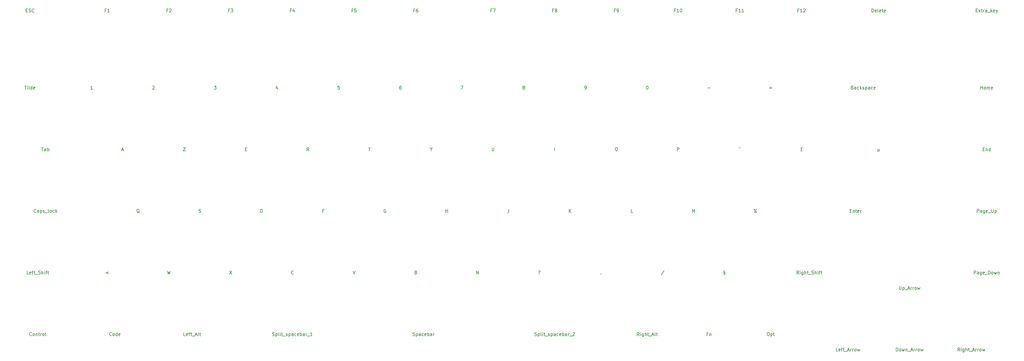
<source format=gbr>
%TF.GenerationSoftware,KiCad,Pcbnew,8.0.4*%
%TF.CreationDate,2024-09-06T17:25:15+02:00*%
%TF.ProjectId,kicad8,6b696361-6438-42e6-9b69-6361645f7063,rev?*%
%TF.SameCoordinates,Original*%
%TF.FileFunction,Legend,Top*%
%TF.FilePolarity,Positive*%
%FSLAX46Y46*%
G04 Gerber Fmt 4.6, Leading zero omitted, Abs format (unit mm)*
G04 Created by KiCad (PCBNEW 8.0.4) date 2024-09-06 17:25:15*
%MOMM*%
%LPD*%
G01*
G04 APERTURE LIST*
%ADD10C,0.150000*%
G04 APERTURE END LIST*
D10*
X224424822Y-60153044D02*
X224424822Y-59153044D01*
X224424822Y-59153044D02*
X224805774Y-59153044D01*
X224805774Y-59153044D02*
X224901012Y-59200663D01*
X224901012Y-59200663D02*
X224948631Y-59248282D01*
X224948631Y-59248282D02*
X224996250Y-59343520D01*
X224996250Y-59343520D02*
X224996250Y-59486377D01*
X224996250Y-59486377D02*
X224948631Y-59581615D01*
X224948631Y-59581615D02*
X224901012Y-59629234D01*
X224901012Y-59629234D02*
X224805774Y-59676853D01*
X224805774Y-59676853D02*
X224424822Y-59676853D01*
X205541489Y-59153044D02*
X205731965Y-59153044D01*
X205731965Y-59153044D02*
X205827203Y-59200663D01*
X205827203Y-59200663D02*
X205922441Y-59295901D01*
X205922441Y-59295901D02*
X205970060Y-59486377D01*
X205970060Y-59486377D02*
X205970060Y-59819710D01*
X205970060Y-59819710D02*
X205922441Y-60010186D01*
X205922441Y-60010186D02*
X205827203Y-60105425D01*
X205827203Y-60105425D02*
X205731965Y-60153044D01*
X205731965Y-60153044D02*
X205541489Y-60153044D01*
X205541489Y-60153044D02*
X205446251Y-60105425D01*
X205446251Y-60105425D02*
X205351013Y-60010186D01*
X205351013Y-60010186D02*
X205303394Y-59819710D01*
X205303394Y-59819710D02*
X205303394Y-59486377D01*
X205303394Y-59486377D02*
X205351013Y-59295901D01*
X205351013Y-59295901D02*
X205446251Y-59200663D01*
X205446251Y-59200663D02*
X205541489Y-59153044D01*
X286313513Y-59486377D02*
X286313513Y-60486377D01*
X286789703Y-60010186D02*
X286837322Y-60105425D01*
X286837322Y-60105425D02*
X286932560Y-60153044D01*
X286313513Y-60010186D02*
X286361132Y-60105425D01*
X286361132Y-60105425D02*
X286456370Y-60153044D01*
X286456370Y-60153044D02*
X286646846Y-60153044D01*
X286646846Y-60153044D02*
X286742084Y-60105425D01*
X286742084Y-60105425D02*
X286789703Y-60010186D01*
X286789703Y-60010186D02*
X286789703Y-59486377D01*
X186586727Y-60153044D02*
X186586727Y-59153044D01*
X316674821Y-16766734D02*
X317008154Y-16766734D01*
X317151011Y-17290544D02*
X316674821Y-17290544D01*
X316674821Y-17290544D02*
X316674821Y-16290544D01*
X316674821Y-16290544D02*
X317151011Y-16290544D01*
X317484345Y-17290544D02*
X318008154Y-16623877D01*
X317484345Y-16623877D02*
X318008154Y-17290544D01*
X318246250Y-16623877D02*
X318627202Y-16623877D01*
X318389107Y-16290544D02*
X318389107Y-17147686D01*
X318389107Y-17147686D02*
X318436726Y-17242925D01*
X318436726Y-17242925D02*
X318531964Y-17290544D01*
X318531964Y-17290544D02*
X318627202Y-17290544D01*
X318960536Y-17290544D02*
X318960536Y-16623877D01*
X318960536Y-16814353D02*
X319008155Y-16719115D01*
X319008155Y-16719115D02*
X319055774Y-16671496D01*
X319055774Y-16671496D02*
X319151012Y-16623877D01*
X319151012Y-16623877D02*
X319246250Y-16623877D01*
X320008155Y-17290544D02*
X320008155Y-16766734D01*
X320008155Y-16766734D02*
X319960536Y-16671496D01*
X319960536Y-16671496D02*
X319865298Y-16623877D01*
X319865298Y-16623877D02*
X319674822Y-16623877D01*
X319674822Y-16623877D02*
X319579584Y-16671496D01*
X320008155Y-17242925D02*
X319912917Y-17290544D01*
X319912917Y-17290544D02*
X319674822Y-17290544D01*
X319674822Y-17290544D02*
X319579584Y-17242925D01*
X319579584Y-17242925D02*
X319531965Y-17147686D01*
X319531965Y-17147686D02*
X319531965Y-17052448D01*
X319531965Y-17052448D02*
X319579584Y-16957210D01*
X319579584Y-16957210D02*
X319674822Y-16909591D01*
X319674822Y-16909591D02*
X319912917Y-16909591D01*
X319912917Y-16909591D02*
X320008155Y-16861972D01*
X320246251Y-17385782D02*
X321008155Y-17385782D01*
X321246251Y-17290544D02*
X321246251Y-16290544D01*
X321341489Y-16909591D02*
X321627203Y-17290544D01*
X321627203Y-16623877D02*
X321246251Y-17004829D01*
X322436727Y-17242925D02*
X322341489Y-17290544D01*
X322341489Y-17290544D02*
X322151013Y-17290544D01*
X322151013Y-17290544D02*
X322055775Y-17242925D01*
X322055775Y-17242925D02*
X322008156Y-17147686D01*
X322008156Y-17147686D02*
X322008156Y-16766734D01*
X322008156Y-16766734D02*
X322055775Y-16671496D01*
X322055775Y-16671496D02*
X322151013Y-16623877D01*
X322151013Y-16623877D02*
X322341489Y-16623877D01*
X322341489Y-16623877D02*
X322436727Y-16671496D01*
X322436727Y-16671496D02*
X322484346Y-16766734D01*
X322484346Y-16766734D02*
X322484346Y-16861972D01*
X322484346Y-16861972D02*
X322008156Y-16957210D01*
X322817680Y-16623877D02*
X323055775Y-17290544D01*
X323293870Y-16623877D02*
X323055775Y-17290544D01*
X323055775Y-17290544D02*
X322960537Y-17528639D01*
X322960537Y-17528639D02*
X322912918Y-17576258D01*
X322912918Y-17576258D02*
X322817680Y-17623877D01*
X172442084Y-78203044D02*
X172442084Y-78917329D01*
X172442084Y-78917329D02*
X172394465Y-79060186D01*
X172394465Y-79060186D02*
X172299227Y-79155425D01*
X172299227Y-79155425D02*
X172156370Y-79203044D01*
X172156370Y-79203044D02*
X172061132Y-79203044D01*
X81478394Y-40103044D02*
X82097441Y-40103044D01*
X82097441Y-40103044D02*
X81764108Y-40483996D01*
X81764108Y-40483996D02*
X81906965Y-40483996D01*
X81906965Y-40483996D02*
X82002203Y-40531615D01*
X82002203Y-40531615D02*
X82049822Y-40579234D01*
X82049822Y-40579234D02*
X82097441Y-40674472D01*
X82097441Y-40674472D02*
X82097441Y-40912567D01*
X82097441Y-40912567D02*
X82049822Y-41007805D01*
X82049822Y-41007805D02*
X82002203Y-41055425D01*
X82002203Y-41055425D02*
X81906965Y-41103044D01*
X81906965Y-41103044D02*
X81621251Y-41103044D01*
X81621251Y-41103044D02*
X81526013Y-41055425D01*
X81526013Y-41055425D02*
X81478394Y-41007805D01*
X233830775Y-40722091D02*
X234592680Y-40722091D01*
X229115894Y-79203044D02*
X229115894Y-78203044D01*
X229115894Y-78203044D02*
X229449227Y-78917329D01*
X229449227Y-78917329D02*
X229782560Y-78203044D01*
X229782560Y-78203044D02*
X229782560Y-79203044D01*
X200874227Y-98157805D02*
X200921846Y-98205425D01*
X200921846Y-98205425D02*
X200874227Y-98253044D01*
X200874227Y-98253044D02*
X200826608Y-98205425D01*
X200826608Y-98205425D02*
X200874227Y-98157805D01*
X200874227Y-98157805D02*
X200874227Y-98253044D01*
X62476013Y-40198282D02*
X62523632Y-40150663D01*
X62523632Y-40150663D02*
X62618870Y-40103044D01*
X62618870Y-40103044D02*
X62856965Y-40103044D01*
X62856965Y-40103044D02*
X62952203Y-40150663D01*
X62952203Y-40150663D02*
X62999822Y-40198282D01*
X62999822Y-40198282D02*
X63047441Y-40293520D01*
X63047441Y-40293520D02*
X63047441Y-40388758D01*
X63047441Y-40388758D02*
X62999822Y-40531615D01*
X62999822Y-40531615D02*
X62428394Y-41103044D01*
X62428394Y-41103044D02*
X63047441Y-41103044D01*
X143795655Y-97729234D02*
X143938512Y-97776853D01*
X143938512Y-97776853D02*
X143986131Y-97824472D01*
X143986131Y-97824472D02*
X144033750Y-97919710D01*
X144033750Y-97919710D02*
X144033750Y-98062567D01*
X144033750Y-98062567D02*
X143986131Y-98157805D01*
X143986131Y-98157805D02*
X143938512Y-98205425D01*
X143938512Y-98205425D02*
X143843274Y-98253044D01*
X143843274Y-98253044D02*
X143462322Y-98253044D01*
X143462322Y-98253044D02*
X143462322Y-97253044D01*
X143462322Y-97253044D02*
X143795655Y-97253044D01*
X143795655Y-97253044D02*
X143890893Y-97300663D01*
X143890893Y-97300663D02*
X143938512Y-97348282D01*
X143938512Y-97348282D02*
X143986131Y-97443520D01*
X143986131Y-97443520D02*
X143986131Y-97538758D01*
X143986131Y-97538758D02*
X143938512Y-97633996D01*
X143938512Y-97633996D02*
X143890893Y-97681615D01*
X143890893Y-97681615D02*
X143795655Y-97729234D01*
X143795655Y-97729234D02*
X143462322Y-97729234D01*
X43997441Y-41103044D02*
X43426013Y-41103044D01*
X43711727Y-41103044D02*
X43711727Y-40103044D01*
X43711727Y-40103044D02*
X43616489Y-40245901D01*
X43616489Y-40245901D02*
X43521251Y-40341139D01*
X43521251Y-40341139D02*
X43426013Y-40388758D01*
X49831667Y-117207805D02*
X49784048Y-117255425D01*
X49784048Y-117255425D02*
X49641191Y-117303044D01*
X49641191Y-117303044D02*
X49545953Y-117303044D01*
X49545953Y-117303044D02*
X49403096Y-117255425D01*
X49403096Y-117255425D02*
X49307858Y-117160186D01*
X49307858Y-117160186D02*
X49260239Y-117064948D01*
X49260239Y-117064948D02*
X49212620Y-116874472D01*
X49212620Y-116874472D02*
X49212620Y-116731615D01*
X49212620Y-116731615D02*
X49260239Y-116541139D01*
X49260239Y-116541139D02*
X49307858Y-116445901D01*
X49307858Y-116445901D02*
X49403096Y-116350663D01*
X49403096Y-116350663D02*
X49545953Y-116303044D01*
X49545953Y-116303044D02*
X49641191Y-116303044D01*
X49641191Y-116303044D02*
X49784048Y-116350663D01*
X49784048Y-116350663D02*
X49831667Y-116398282D01*
X50403096Y-117303044D02*
X50307858Y-117255425D01*
X50307858Y-117255425D02*
X50260239Y-117207805D01*
X50260239Y-117207805D02*
X50212620Y-117112567D01*
X50212620Y-117112567D02*
X50212620Y-116826853D01*
X50212620Y-116826853D02*
X50260239Y-116731615D01*
X50260239Y-116731615D02*
X50307858Y-116683996D01*
X50307858Y-116683996D02*
X50403096Y-116636377D01*
X50403096Y-116636377D02*
X50545953Y-116636377D01*
X50545953Y-116636377D02*
X50641191Y-116683996D01*
X50641191Y-116683996D02*
X50688810Y-116731615D01*
X50688810Y-116731615D02*
X50736429Y-116826853D01*
X50736429Y-116826853D02*
X50736429Y-117112567D01*
X50736429Y-117112567D02*
X50688810Y-117207805D01*
X50688810Y-117207805D02*
X50641191Y-117255425D01*
X50641191Y-117255425D02*
X50545953Y-117303044D01*
X50545953Y-117303044D02*
X50403096Y-117303044D01*
X51593572Y-117303044D02*
X51593572Y-116303044D01*
X51593572Y-117255425D02*
X51498334Y-117303044D01*
X51498334Y-117303044D02*
X51307858Y-117303044D01*
X51307858Y-117303044D02*
X51212620Y-117255425D01*
X51212620Y-117255425D02*
X51165001Y-117207805D01*
X51165001Y-117207805D02*
X51117382Y-117112567D01*
X51117382Y-117112567D02*
X51117382Y-116826853D01*
X51117382Y-116826853D02*
X51165001Y-116731615D01*
X51165001Y-116731615D02*
X51212620Y-116683996D01*
X51212620Y-116683996D02*
X51307858Y-116636377D01*
X51307858Y-116636377D02*
X51498334Y-116636377D01*
X51498334Y-116636377D02*
X51593572Y-116683996D01*
X52450715Y-117255425D02*
X52355477Y-117303044D01*
X52355477Y-117303044D02*
X52165001Y-117303044D01*
X52165001Y-117303044D02*
X52069763Y-117255425D01*
X52069763Y-117255425D02*
X52022144Y-117160186D01*
X52022144Y-117160186D02*
X52022144Y-116779234D01*
X52022144Y-116779234D02*
X52069763Y-116683996D01*
X52069763Y-116683996D02*
X52165001Y-116636377D01*
X52165001Y-116636377D02*
X52355477Y-116636377D01*
X52355477Y-116636377D02*
X52450715Y-116683996D01*
X52450715Y-116683996D02*
X52498334Y-116779234D01*
X52498334Y-116779234D02*
X52498334Y-116874472D01*
X52498334Y-116874472D02*
X52022144Y-116969710D01*
X273978987Y-122065544D02*
X273502797Y-122065544D01*
X273502797Y-122065544D02*
X273502797Y-121065544D01*
X274693273Y-122017925D02*
X274598035Y-122065544D01*
X274598035Y-122065544D02*
X274407559Y-122065544D01*
X274407559Y-122065544D02*
X274312321Y-122017925D01*
X274312321Y-122017925D02*
X274264702Y-121922686D01*
X274264702Y-121922686D02*
X274264702Y-121541734D01*
X274264702Y-121541734D02*
X274312321Y-121446496D01*
X274312321Y-121446496D02*
X274407559Y-121398877D01*
X274407559Y-121398877D02*
X274598035Y-121398877D01*
X274598035Y-121398877D02*
X274693273Y-121446496D01*
X274693273Y-121446496D02*
X274740892Y-121541734D01*
X274740892Y-121541734D02*
X274740892Y-121636972D01*
X274740892Y-121636972D02*
X274264702Y-121732210D01*
X275026607Y-121398877D02*
X275407559Y-121398877D01*
X275169464Y-122065544D02*
X275169464Y-121208401D01*
X275169464Y-121208401D02*
X275217083Y-121113163D01*
X275217083Y-121113163D02*
X275312321Y-121065544D01*
X275312321Y-121065544D02*
X275407559Y-121065544D01*
X275598036Y-121398877D02*
X275978988Y-121398877D01*
X275740893Y-121065544D02*
X275740893Y-121922686D01*
X275740893Y-121922686D02*
X275788512Y-122017925D01*
X275788512Y-122017925D02*
X275883750Y-122065544D01*
X275883750Y-122065544D02*
X275978988Y-122065544D01*
X276074227Y-122160782D02*
X276836131Y-122160782D01*
X277026608Y-121779829D02*
X277502798Y-121779829D01*
X276931370Y-122065544D02*
X277264703Y-121065544D01*
X277264703Y-121065544D02*
X277598036Y-122065544D01*
X277931370Y-122065544D02*
X277931370Y-121398877D01*
X277931370Y-121589353D02*
X277978989Y-121494115D01*
X277978989Y-121494115D02*
X278026608Y-121446496D01*
X278026608Y-121446496D02*
X278121846Y-121398877D01*
X278121846Y-121398877D02*
X278217084Y-121398877D01*
X278550418Y-122065544D02*
X278550418Y-121398877D01*
X278550418Y-121589353D02*
X278598037Y-121494115D01*
X278598037Y-121494115D02*
X278645656Y-121446496D01*
X278645656Y-121446496D02*
X278740894Y-121398877D01*
X278740894Y-121398877D02*
X278836132Y-121398877D01*
X279312323Y-122065544D02*
X279217085Y-122017925D01*
X279217085Y-122017925D02*
X279169466Y-121970305D01*
X279169466Y-121970305D02*
X279121847Y-121875067D01*
X279121847Y-121875067D02*
X279121847Y-121589353D01*
X279121847Y-121589353D02*
X279169466Y-121494115D01*
X279169466Y-121494115D02*
X279217085Y-121446496D01*
X279217085Y-121446496D02*
X279312323Y-121398877D01*
X279312323Y-121398877D02*
X279455180Y-121398877D01*
X279455180Y-121398877D02*
X279550418Y-121446496D01*
X279550418Y-121446496D02*
X279598037Y-121494115D01*
X279598037Y-121494115D02*
X279645656Y-121589353D01*
X279645656Y-121589353D02*
X279645656Y-121875067D01*
X279645656Y-121875067D02*
X279598037Y-121970305D01*
X279598037Y-121970305D02*
X279550418Y-122017925D01*
X279550418Y-122017925D02*
X279455180Y-122065544D01*
X279455180Y-122065544D02*
X279312323Y-122065544D01*
X279978990Y-121398877D02*
X280169466Y-122065544D01*
X280169466Y-122065544D02*
X280359942Y-121589353D01*
X280359942Y-121589353D02*
X280550418Y-122065544D01*
X280550418Y-122065544D02*
X280740894Y-121398877D01*
X311650416Y-122065544D02*
X311317083Y-121589353D01*
X311078988Y-122065544D02*
X311078988Y-121065544D01*
X311078988Y-121065544D02*
X311459940Y-121065544D01*
X311459940Y-121065544D02*
X311555178Y-121113163D01*
X311555178Y-121113163D02*
X311602797Y-121160782D01*
X311602797Y-121160782D02*
X311650416Y-121256020D01*
X311650416Y-121256020D02*
X311650416Y-121398877D01*
X311650416Y-121398877D02*
X311602797Y-121494115D01*
X311602797Y-121494115D02*
X311555178Y-121541734D01*
X311555178Y-121541734D02*
X311459940Y-121589353D01*
X311459940Y-121589353D02*
X311078988Y-121589353D01*
X312078988Y-122065544D02*
X312078988Y-121398877D01*
X312078988Y-121065544D02*
X312031369Y-121113163D01*
X312031369Y-121113163D02*
X312078988Y-121160782D01*
X312078988Y-121160782D02*
X312126607Y-121113163D01*
X312126607Y-121113163D02*
X312078988Y-121065544D01*
X312078988Y-121065544D02*
X312078988Y-121160782D01*
X312983749Y-121398877D02*
X312983749Y-122208401D01*
X312983749Y-122208401D02*
X312936130Y-122303639D01*
X312936130Y-122303639D02*
X312888511Y-122351258D01*
X312888511Y-122351258D02*
X312793273Y-122398877D01*
X312793273Y-122398877D02*
X312650416Y-122398877D01*
X312650416Y-122398877D02*
X312555178Y-122351258D01*
X312983749Y-122017925D02*
X312888511Y-122065544D01*
X312888511Y-122065544D02*
X312698035Y-122065544D01*
X312698035Y-122065544D02*
X312602797Y-122017925D01*
X312602797Y-122017925D02*
X312555178Y-121970305D01*
X312555178Y-121970305D02*
X312507559Y-121875067D01*
X312507559Y-121875067D02*
X312507559Y-121589353D01*
X312507559Y-121589353D02*
X312555178Y-121494115D01*
X312555178Y-121494115D02*
X312602797Y-121446496D01*
X312602797Y-121446496D02*
X312698035Y-121398877D01*
X312698035Y-121398877D02*
X312888511Y-121398877D01*
X312888511Y-121398877D02*
X312983749Y-121446496D01*
X313459940Y-122065544D02*
X313459940Y-121065544D01*
X313888511Y-122065544D02*
X313888511Y-121541734D01*
X313888511Y-121541734D02*
X313840892Y-121446496D01*
X313840892Y-121446496D02*
X313745654Y-121398877D01*
X313745654Y-121398877D02*
X313602797Y-121398877D01*
X313602797Y-121398877D02*
X313507559Y-121446496D01*
X313507559Y-121446496D02*
X313459940Y-121494115D01*
X314221845Y-121398877D02*
X314602797Y-121398877D01*
X314364702Y-121065544D02*
X314364702Y-121922686D01*
X314364702Y-121922686D02*
X314412321Y-122017925D01*
X314412321Y-122017925D02*
X314507559Y-122065544D01*
X314507559Y-122065544D02*
X314602797Y-122065544D01*
X314698036Y-122160782D02*
X315459940Y-122160782D01*
X315650417Y-121779829D02*
X316126607Y-121779829D01*
X315555179Y-122065544D02*
X315888512Y-121065544D01*
X315888512Y-121065544D02*
X316221845Y-122065544D01*
X316555179Y-122065544D02*
X316555179Y-121398877D01*
X316555179Y-121589353D02*
X316602798Y-121494115D01*
X316602798Y-121494115D02*
X316650417Y-121446496D01*
X316650417Y-121446496D02*
X316745655Y-121398877D01*
X316745655Y-121398877D02*
X316840893Y-121398877D01*
X317174227Y-122065544D02*
X317174227Y-121398877D01*
X317174227Y-121589353D02*
X317221846Y-121494115D01*
X317221846Y-121494115D02*
X317269465Y-121446496D01*
X317269465Y-121446496D02*
X317364703Y-121398877D01*
X317364703Y-121398877D02*
X317459941Y-121398877D01*
X317936132Y-122065544D02*
X317840894Y-122017925D01*
X317840894Y-122017925D02*
X317793275Y-121970305D01*
X317793275Y-121970305D02*
X317745656Y-121875067D01*
X317745656Y-121875067D02*
X317745656Y-121589353D01*
X317745656Y-121589353D02*
X317793275Y-121494115D01*
X317793275Y-121494115D02*
X317840894Y-121446496D01*
X317840894Y-121446496D02*
X317936132Y-121398877D01*
X317936132Y-121398877D02*
X318078989Y-121398877D01*
X318078989Y-121398877D02*
X318174227Y-121446496D01*
X318174227Y-121446496D02*
X318221846Y-121494115D01*
X318221846Y-121494115D02*
X318269465Y-121589353D01*
X318269465Y-121589353D02*
X318269465Y-121875067D01*
X318269465Y-121875067D02*
X318221846Y-121970305D01*
X318221846Y-121970305D02*
X318174227Y-122017925D01*
X318174227Y-122017925D02*
X318078989Y-122065544D01*
X318078989Y-122065544D02*
X317936132Y-122065544D01*
X318602799Y-121398877D02*
X318793275Y-122065544D01*
X318793275Y-122065544D02*
X318983751Y-121589353D01*
X318983751Y-121589353D02*
X319174227Y-122065544D01*
X319174227Y-122065544D02*
X319364703Y-121398877D01*
X284503988Y-17290544D02*
X284503988Y-16290544D01*
X284503988Y-16290544D02*
X284742083Y-16290544D01*
X284742083Y-16290544D02*
X284884940Y-16338163D01*
X284884940Y-16338163D02*
X284980178Y-16433401D01*
X284980178Y-16433401D02*
X285027797Y-16528639D01*
X285027797Y-16528639D02*
X285075416Y-16719115D01*
X285075416Y-16719115D02*
X285075416Y-16861972D01*
X285075416Y-16861972D02*
X285027797Y-17052448D01*
X285027797Y-17052448D02*
X284980178Y-17147686D01*
X284980178Y-17147686D02*
X284884940Y-17242925D01*
X284884940Y-17242925D02*
X284742083Y-17290544D01*
X284742083Y-17290544D02*
X284503988Y-17290544D01*
X285884940Y-17242925D02*
X285789702Y-17290544D01*
X285789702Y-17290544D02*
X285599226Y-17290544D01*
X285599226Y-17290544D02*
X285503988Y-17242925D01*
X285503988Y-17242925D02*
X285456369Y-17147686D01*
X285456369Y-17147686D02*
X285456369Y-16766734D01*
X285456369Y-16766734D02*
X285503988Y-16671496D01*
X285503988Y-16671496D02*
X285599226Y-16623877D01*
X285599226Y-16623877D02*
X285789702Y-16623877D01*
X285789702Y-16623877D02*
X285884940Y-16671496D01*
X285884940Y-16671496D02*
X285932559Y-16766734D01*
X285932559Y-16766734D02*
X285932559Y-16861972D01*
X285932559Y-16861972D02*
X285456369Y-16957210D01*
X286503988Y-17290544D02*
X286408750Y-17242925D01*
X286408750Y-17242925D02*
X286361131Y-17147686D01*
X286361131Y-17147686D02*
X286361131Y-16290544D01*
X287265893Y-17242925D02*
X287170655Y-17290544D01*
X287170655Y-17290544D02*
X286980179Y-17290544D01*
X286980179Y-17290544D02*
X286884941Y-17242925D01*
X286884941Y-17242925D02*
X286837322Y-17147686D01*
X286837322Y-17147686D02*
X286837322Y-16766734D01*
X286837322Y-16766734D02*
X286884941Y-16671496D01*
X286884941Y-16671496D02*
X286980179Y-16623877D01*
X286980179Y-16623877D02*
X287170655Y-16623877D01*
X287170655Y-16623877D02*
X287265893Y-16671496D01*
X287265893Y-16671496D02*
X287313512Y-16766734D01*
X287313512Y-16766734D02*
X287313512Y-16861972D01*
X287313512Y-16861972D02*
X286837322Y-16957210D01*
X287599227Y-16623877D02*
X287980179Y-16623877D01*
X287742084Y-16290544D02*
X287742084Y-17147686D01*
X287742084Y-17147686D02*
X287789703Y-17242925D01*
X287789703Y-17242925D02*
X287884941Y-17290544D01*
X287884941Y-17290544D02*
X287980179Y-17290544D01*
X288694465Y-17242925D02*
X288599227Y-17290544D01*
X288599227Y-17290544D02*
X288408751Y-17290544D01*
X288408751Y-17290544D02*
X288313513Y-17242925D01*
X288313513Y-17242925D02*
X288265894Y-17147686D01*
X288265894Y-17147686D02*
X288265894Y-16766734D01*
X288265894Y-16766734D02*
X288313513Y-16671496D01*
X288313513Y-16671496D02*
X288408751Y-16623877D01*
X288408751Y-16623877D02*
X288599227Y-16623877D01*
X288599227Y-16623877D02*
X288694465Y-16671496D01*
X288694465Y-16671496D02*
X288742084Y-16766734D01*
X288742084Y-16766734D02*
X288742084Y-16861972D01*
X288742084Y-16861972D02*
X288265894Y-16957210D01*
X292028988Y-122065544D02*
X292028988Y-121065544D01*
X292028988Y-121065544D02*
X292267083Y-121065544D01*
X292267083Y-121065544D02*
X292409940Y-121113163D01*
X292409940Y-121113163D02*
X292505178Y-121208401D01*
X292505178Y-121208401D02*
X292552797Y-121303639D01*
X292552797Y-121303639D02*
X292600416Y-121494115D01*
X292600416Y-121494115D02*
X292600416Y-121636972D01*
X292600416Y-121636972D02*
X292552797Y-121827448D01*
X292552797Y-121827448D02*
X292505178Y-121922686D01*
X292505178Y-121922686D02*
X292409940Y-122017925D01*
X292409940Y-122017925D02*
X292267083Y-122065544D01*
X292267083Y-122065544D02*
X292028988Y-122065544D01*
X293171845Y-122065544D02*
X293076607Y-122017925D01*
X293076607Y-122017925D02*
X293028988Y-121970305D01*
X293028988Y-121970305D02*
X292981369Y-121875067D01*
X292981369Y-121875067D02*
X292981369Y-121589353D01*
X292981369Y-121589353D02*
X293028988Y-121494115D01*
X293028988Y-121494115D02*
X293076607Y-121446496D01*
X293076607Y-121446496D02*
X293171845Y-121398877D01*
X293171845Y-121398877D02*
X293314702Y-121398877D01*
X293314702Y-121398877D02*
X293409940Y-121446496D01*
X293409940Y-121446496D02*
X293457559Y-121494115D01*
X293457559Y-121494115D02*
X293505178Y-121589353D01*
X293505178Y-121589353D02*
X293505178Y-121875067D01*
X293505178Y-121875067D02*
X293457559Y-121970305D01*
X293457559Y-121970305D02*
X293409940Y-122017925D01*
X293409940Y-122017925D02*
X293314702Y-122065544D01*
X293314702Y-122065544D02*
X293171845Y-122065544D01*
X293838512Y-121398877D02*
X294028988Y-122065544D01*
X294028988Y-122065544D02*
X294219464Y-121589353D01*
X294219464Y-121589353D02*
X294409940Y-122065544D01*
X294409940Y-122065544D02*
X294600416Y-121398877D01*
X294981369Y-121398877D02*
X294981369Y-122065544D01*
X294981369Y-121494115D02*
X295028988Y-121446496D01*
X295028988Y-121446496D02*
X295124226Y-121398877D01*
X295124226Y-121398877D02*
X295267083Y-121398877D01*
X295267083Y-121398877D02*
X295362321Y-121446496D01*
X295362321Y-121446496D02*
X295409940Y-121541734D01*
X295409940Y-121541734D02*
X295409940Y-122065544D01*
X295648036Y-122160782D02*
X296409940Y-122160782D01*
X296600417Y-121779829D02*
X297076607Y-121779829D01*
X296505179Y-122065544D02*
X296838512Y-121065544D01*
X296838512Y-121065544D02*
X297171845Y-122065544D01*
X297505179Y-122065544D02*
X297505179Y-121398877D01*
X297505179Y-121589353D02*
X297552798Y-121494115D01*
X297552798Y-121494115D02*
X297600417Y-121446496D01*
X297600417Y-121446496D02*
X297695655Y-121398877D01*
X297695655Y-121398877D02*
X297790893Y-121398877D01*
X298124227Y-122065544D02*
X298124227Y-121398877D01*
X298124227Y-121589353D02*
X298171846Y-121494115D01*
X298171846Y-121494115D02*
X298219465Y-121446496D01*
X298219465Y-121446496D02*
X298314703Y-121398877D01*
X298314703Y-121398877D02*
X298409941Y-121398877D01*
X298886132Y-122065544D02*
X298790894Y-122017925D01*
X298790894Y-122017925D02*
X298743275Y-121970305D01*
X298743275Y-121970305D02*
X298695656Y-121875067D01*
X298695656Y-121875067D02*
X298695656Y-121589353D01*
X298695656Y-121589353D02*
X298743275Y-121494115D01*
X298743275Y-121494115D02*
X298790894Y-121446496D01*
X298790894Y-121446496D02*
X298886132Y-121398877D01*
X298886132Y-121398877D02*
X299028989Y-121398877D01*
X299028989Y-121398877D02*
X299124227Y-121446496D01*
X299124227Y-121446496D02*
X299171846Y-121494115D01*
X299171846Y-121494115D02*
X299219465Y-121589353D01*
X299219465Y-121589353D02*
X299219465Y-121875067D01*
X299219465Y-121875067D02*
X299171846Y-121970305D01*
X299171846Y-121970305D02*
X299124227Y-122017925D01*
X299124227Y-122017925D02*
X299028989Y-122065544D01*
X299028989Y-122065544D02*
X298886132Y-122065544D01*
X299552799Y-121398877D02*
X299743275Y-122065544D01*
X299743275Y-122065544D02*
X299933751Y-121589353D01*
X299933751Y-121589353D02*
X300124227Y-122065544D01*
X300124227Y-122065544D02*
X300314703Y-121398877D01*
X318817679Y-59629234D02*
X319151012Y-59629234D01*
X319293869Y-60153044D02*
X318817679Y-60153044D01*
X318817679Y-60153044D02*
X318817679Y-59153044D01*
X318817679Y-59153044D02*
X319293869Y-59153044D01*
X319722441Y-59486377D02*
X319722441Y-60153044D01*
X319722441Y-59581615D02*
X319770060Y-59533996D01*
X319770060Y-59533996D02*
X319865298Y-59486377D01*
X319865298Y-59486377D02*
X320008155Y-59486377D01*
X320008155Y-59486377D02*
X320103393Y-59533996D01*
X320103393Y-59533996D02*
X320151012Y-59629234D01*
X320151012Y-59629234D02*
X320151012Y-60153044D01*
X321055774Y-60153044D02*
X321055774Y-59153044D01*
X321055774Y-60105425D02*
X320960536Y-60153044D01*
X320960536Y-60153044D02*
X320770060Y-60153044D01*
X320770060Y-60153044D02*
X320674822Y-60105425D01*
X320674822Y-60105425D02*
X320627203Y-60057805D01*
X320627203Y-60057805D02*
X320579584Y-59962567D01*
X320579584Y-59962567D02*
X320579584Y-59676853D01*
X320579584Y-59676853D02*
X320627203Y-59581615D01*
X320627203Y-59581615D02*
X320674822Y-59533996D01*
X320674822Y-59533996D02*
X320770060Y-59486377D01*
X320770060Y-59486377D02*
X320960536Y-59486377D01*
X320960536Y-59486377D02*
X321055774Y-59533996D01*
X212685535Y-117303044D02*
X212352202Y-116826853D01*
X212114107Y-117303044D02*
X212114107Y-116303044D01*
X212114107Y-116303044D02*
X212495059Y-116303044D01*
X212495059Y-116303044D02*
X212590297Y-116350663D01*
X212590297Y-116350663D02*
X212637916Y-116398282D01*
X212637916Y-116398282D02*
X212685535Y-116493520D01*
X212685535Y-116493520D02*
X212685535Y-116636377D01*
X212685535Y-116636377D02*
X212637916Y-116731615D01*
X212637916Y-116731615D02*
X212590297Y-116779234D01*
X212590297Y-116779234D02*
X212495059Y-116826853D01*
X212495059Y-116826853D02*
X212114107Y-116826853D01*
X213114107Y-117303044D02*
X213114107Y-116636377D01*
X213114107Y-116303044D02*
X213066488Y-116350663D01*
X213066488Y-116350663D02*
X213114107Y-116398282D01*
X213114107Y-116398282D02*
X213161726Y-116350663D01*
X213161726Y-116350663D02*
X213114107Y-116303044D01*
X213114107Y-116303044D02*
X213114107Y-116398282D01*
X214018868Y-116636377D02*
X214018868Y-117445901D01*
X214018868Y-117445901D02*
X213971249Y-117541139D01*
X213971249Y-117541139D02*
X213923630Y-117588758D01*
X213923630Y-117588758D02*
X213828392Y-117636377D01*
X213828392Y-117636377D02*
X213685535Y-117636377D01*
X213685535Y-117636377D02*
X213590297Y-117588758D01*
X214018868Y-117255425D02*
X213923630Y-117303044D01*
X213923630Y-117303044D02*
X213733154Y-117303044D01*
X213733154Y-117303044D02*
X213637916Y-117255425D01*
X213637916Y-117255425D02*
X213590297Y-117207805D01*
X213590297Y-117207805D02*
X213542678Y-117112567D01*
X213542678Y-117112567D02*
X213542678Y-116826853D01*
X213542678Y-116826853D02*
X213590297Y-116731615D01*
X213590297Y-116731615D02*
X213637916Y-116683996D01*
X213637916Y-116683996D02*
X213733154Y-116636377D01*
X213733154Y-116636377D02*
X213923630Y-116636377D01*
X213923630Y-116636377D02*
X214018868Y-116683996D01*
X214495059Y-117303044D02*
X214495059Y-116303044D01*
X214923630Y-117303044D02*
X214923630Y-116779234D01*
X214923630Y-116779234D02*
X214876011Y-116683996D01*
X214876011Y-116683996D02*
X214780773Y-116636377D01*
X214780773Y-116636377D02*
X214637916Y-116636377D01*
X214637916Y-116636377D02*
X214542678Y-116683996D01*
X214542678Y-116683996D02*
X214495059Y-116731615D01*
X215256964Y-116636377D02*
X215637916Y-116636377D01*
X215399821Y-116303044D02*
X215399821Y-117160186D01*
X215399821Y-117160186D02*
X215447440Y-117255425D01*
X215447440Y-117255425D02*
X215542678Y-117303044D01*
X215542678Y-117303044D02*
X215637916Y-117303044D01*
X215733155Y-117398282D02*
X216495059Y-117398282D01*
X216685536Y-117017329D02*
X217161726Y-117017329D01*
X216590298Y-117303044D02*
X216923631Y-116303044D01*
X216923631Y-116303044D02*
X217256964Y-117303044D01*
X217733155Y-117303044D02*
X217637917Y-117255425D01*
X217637917Y-117255425D02*
X217590298Y-117160186D01*
X217590298Y-117160186D02*
X217590298Y-116303044D01*
X217971251Y-116636377D02*
X218352203Y-116636377D01*
X218114108Y-116303044D02*
X218114108Y-117160186D01*
X218114108Y-117160186D02*
X218161727Y-117255425D01*
X218161727Y-117255425D02*
X218256965Y-117303044D01*
X218256965Y-117303044D02*
X218352203Y-117303044D01*
X292981369Y-102015544D02*
X292981369Y-102825067D01*
X292981369Y-102825067D02*
X293028988Y-102920305D01*
X293028988Y-102920305D02*
X293076607Y-102967925D01*
X293076607Y-102967925D02*
X293171845Y-103015544D01*
X293171845Y-103015544D02*
X293362321Y-103015544D01*
X293362321Y-103015544D02*
X293457559Y-102967925D01*
X293457559Y-102967925D02*
X293505178Y-102920305D01*
X293505178Y-102920305D02*
X293552797Y-102825067D01*
X293552797Y-102825067D02*
X293552797Y-102015544D01*
X294028988Y-102348877D02*
X294028988Y-103348877D01*
X294028988Y-102396496D02*
X294124226Y-102348877D01*
X294124226Y-102348877D02*
X294314702Y-102348877D01*
X294314702Y-102348877D02*
X294409940Y-102396496D01*
X294409940Y-102396496D02*
X294457559Y-102444115D01*
X294457559Y-102444115D02*
X294505178Y-102539353D01*
X294505178Y-102539353D02*
X294505178Y-102825067D01*
X294505178Y-102825067D02*
X294457559Y-102920305D01*
X294457559Y-102920305D02*
X294409940Y-102967925D01*
X294409940Y-102967925D02*
X294314702Y-103015544D01*
X294314702Y-103015544D02*
X294124226Y-103015544D01*
X294124226Y-103015544D02*
X294028988Y-102967925D01*
X294695655Y-103110782D02*
X295457559Y-103110782D01*
X295648036Y-102729829D02*
X296124226Y-102729829D01*
X295552798Y-103015544D02*
X295886131Y-102015544D01*
X295886131Y-102015544D02*
X296219464Y-103015544D01*
X296552798Y-103015544D02*
X296552798Y-102348877D01*
X296552798Y-102539353D02*
X296600417Y-102444115D01*
X296600417Y-102444115D02*
X296648036Y-102396496D01*
X296648036Y-102396496D02*
X296743274Y-102348877D01*
X296743274Y-102348877D02*
X296838512Y-102348877D01*
X297171846Y-103015544D02*
X297171846Y-102348877D01*
X297171846Y-102539353D02*
X297219465Y-102444115D01*
X297219465Y-102444115D02*
X297267084Y-102396496D01*
X297267084Y-102396496D02*
X297362322Y-102348877D01*
X297362322Y-102348877D02*
X297457560Y-102348877D01*
X297933751Y-103015544D02*
X297838513Y-102967925D01*
X297838513Y-102967925D02*
X297790894Y-102920305D01*
X297790894Y-102920305D02*
X297743275Y-102825067D01*
X297743275Y-102825067D02*
X297743275Y-102539353D01*
X297743275Y-102539353D02*
X297790894Y-102444115D01*
X297790894Y-102444115D02*
X297838513Y-102396496D01*
X297838513Y-102396496D02*
X297933751Y-102348877D01*
X297933751Y-102348877D02*
X298076608Y-102348877D01*
X298076608Y-102348877D02*
X298171846Y-102396496D01*
X298171846Y-102396496D02*
X298219465Y-102444115D01*
X298219465Y-102444115D02*
X298267084Y-102539353D01*
X298267084Y-102539353D02*
X298267084Y-102825067D01*
X298267084Y-102825067D02*
X298219465Y-102920305D01*
X298219465Y-102920305D02*
X298171846Y-102967925D01*
X298171846Y-102967925D02*
X298076608Y-103015544D01*
X298076608Y-103015544D02*
X297933751Y-103015544D01*
X298600418Y-102348877D02*
X298790894Y-103015544D01*
X298790894Y-103015544D02*
X298981370Y-102539353D01*
X298981370Y-102539353D02*
X299171846Y-103015544D01*
X299171846Y-103015544D02*
X299362322Y-102348877D01*
X134461131Y-78250663D02*
X134365893Y-78203044D01*
X134365893Y-78203044D02*
X134223036Y-78203044D01*
X134223036Y-78203044D02*
X134080179Y-78250663D01*
X134080179Y-78250663D02*
X133984941Y-78345901D01*
X133984941Y-78345901D02*
X133937322Y-78441139D01*
X133937322Y-78441139D02*
X133889703Y-78631615D01*
X133889703Y-78631615D02*
X133889703Y-78774472D01*
X133889703Y-78774472D02*
X133937322Y-78964948D01*
X133937322Y-78964948D02*
X133984941Y-79060186D01*
X133984941Y-79060186D02*
X134080179Y-79155425D01*
X134080179Y-79155425D02*
X134223036Y-79203044D01*
X134223036Y-79203044D02*
X134318274Y-79203044D01*
X134318274Y-79203044D02*
X134461131Y-79155425D01*
X134461131Y-79155425D02*
X134508750Y-79107805D01*
X134508750Y-79107805D02*
X134508750Y-78774472D01*
X134508750Y-78774472D02*
X134318274Y-78774472D01*
X262524822Y-59486377D02*
X262905774Y-59486377D01*
X262524822Y-60153044D02*
X263048631Y-60153044D01*
X262667679Y-60153044D02*
X262667679Y-59295901D01*
X262667679Y-59295901D02*
X262715298Y-59200663D01*
X262715298Y-59200663D02*
X262810536Y-59153044D01*
X262810536Y-59153044D02*
X262953393Y-59153044D01*
X262953393Y-59153044D02*
X263048631Y-59200663D01*
X26495654Y-79107805D02*
X26448035Y-79155425D01*
X26448035Y-79155425D02*
X26305178Y-79203044D01*
X26305178Y-79203044D02*
X26209940Y-79203044D01*
X26209940Y-79203044D02*
X26067083Y-79155425D01*
X26067083Y-79155425D02*
X25971845Y-79060186D01*
X25971845Y-79060186D02*
X25924226Y-78964948D01*
X25924226Y-78964948D02*
X25876607Y-78774472D01*
X25876607Y-78774472D02*
X25876607Y-78631615D01*
X25876607Y-78631615D02*
X25924226Y-78441139D01*
X25924226Y-78441139D02*
X25971845Y-78345901D01*
X25971845Y-78345901D02*
X26067083Y-78250663D01*
X26067083Y-78250663D02*
X26209940Y-78203044D01*
X26209940Y-78203044D02*
X26305178Y-78203044D01*
X26305178Y-78203044D02*
X26448035Y-78250663D01*
X26448035Y-78250663D02*
X26495654Y-78298282D01*
X27352797Y-79203044D02*
X27352797Y-78679234D01*
X27352797Y-78679234D02*
X27305178Y-78583996D01*
X27305178Y-78583996D02*
X27209940Y-78536377D01*
X27209940Y-78536377D02*
X27019464Y-78536377D01*
X27019464Y-78536377D02*
X26924226Y-78583996D01*
X27352797Y-79155425D02*
X27257559Y-79203044D01*
X27257559Y-79203044D02*
X27019464Y-79203044D01*
X27019464Y-79203044D02*
X26924226Y-79155425D01*
X26924226Y-79155425D02*
X26876607Y-79060186D01*
X26876607Y-79060186D02*
X26876607Y-78964948D01*
X26876607Y-78964948D02*
X26924226Y-78869710D01*
X26924226Y-78869710D02*
X27019464Y-78822091D01*
X27019464Y-78822091D02*
X27257559Y-78822091D01*
X27257559Y-78822091D02*
X27352797Y-78774472D01*
X27828988Y-78536377D02*
X27828988Y-79536377D01*
X27828988Y-78583996D02*
X27924226Y-78536377D01*
X27924226Y-78536377D02*
X28114702Y-78536377D01*
X28114702Y-78536377D02*
X28209940Y-78583996D01*
X28209940Y-78583996D02*
X28257559Y-78631615D01*
X28257559Y-78631615D02*
X28305178Y-78726853D01*
X28305178Y-78726853D02*
X28305178Y-79012567D01*
X28305178Y-79012567D02*
X28257559Y-79107805D01*
X28257559Y-79107805D02*
X28209940Y-79155425D01*
X28209940Y-79155425D02*
X28114702Y-79203044D01*
X28114702Y-79203044D02*
X27924226Y-79203044D01*
X27924226Y-79203044D02*
X27828988Y-79155425D01*
X28686131Y-79155425D02*
X28781369Y-79203044D01*
X28781369Y-79203044D02*
X28971845Y-79203044D01*
X28971845Y-79203044D02*
X29067083Y-79155425D01*
X29067083Y-79155425D02*
X29114702Y-79060186D01*
X29114702Y-79060186D02*
X29114702Y-79012567D01*
X29114702Y-79012567D02*
X29067083Y-78917329D01*
X29067083Y-78917329D02*
X28971845Y-78869710D01*
X28971845Y-78869710D02*
X28828988Y-78869710D01*
X28828988Y-78869710D02*
X28733750Y-78822091D01*
X28733750Y-78822091D02*
X28686131Y-78726853D01*
X28686131Y-78726853D02*
X28686131Y-78679234D01*
X28686131Y-78679234D02*
X28733750Y-78583996D01*
X28733750Y-78583996D02*
X28828988Y-78536377D01*
X28828988Y-78536377D02*
X28971845Y-78536377D01*
X28971845Y-78536377D02*
X29067083Y-78583996D01*
X29305179Y-79298282D02*
X30067083Y-79298282D01*
X30448036Y-79203044D02*
X30352798Y-79155425D01*
X30352798Y-79155425D02*
X30305179Y-79060186D01*
X30305179Y-79060186D02*
X30305179Y-78203044D01*
X30971846Y-79203044D02*
X30876608Y-79155425D01*
X30876608Y-79155425D02*
X30828989Y-79107805D01*
X30828989Y-79107805D02*
X30781370Y-79012567D01*
X30781370Y-79012567D02*
X30781370Y-78726853D01*
X30781370Y-78726853D02*
X30828989Y-78631615D01*
X30828989Y-78631615D02*
X30876608Y-78583996D01*
X30876608Y-78583996D02*
X30971846Y-78536377D01*
X30971846Y-78536377D02*
X31114703Y-78536377D01*
X31114703Y-78536377D02*
X31209941Y-78583996D01*
X31209941Y-78583996D02*
X31257560Y-78631615D01*
X31257560Y-78631615D02*
X31305179Y-78726853D01*
X31305179Y-78726853D02*
X31305179Y-79012567D01*
X31305179Y-79012567D02*
X31257560Y-79107805D01*
X31257560Y-79107805D02*
X31209941Y-79155425D01*
X31209941Y-79155425D02*
X31114703Y-79203044D01*
X31114703Y-79203044D02*
X30971846Y-79203044D01*
X32162322Y-79155425D02*
X32067084Y-79203044D01*
X32067084Y-79203044D02*
X31876608Y-79203044D01*
X31876608Y-79203044D02*
X31781370Y-79155425D01*
X31781370Y-79155425D02*
X31733751Y-79107805D01*
X31733751Y-79107805D02*
X31686132Y-79012567D01*
X31686132Y-79012567D02*
X31686132Y-78726853D01*
X31686132Y-78726853D02*
X31733751Y-78631615D01*
X31733751Y-78631615D02*
X31781370Y-78583996D01*
X31781370Y-78583996D02*
X31876608Y-78536377D01*
X31876608Y-78536377D02*
X32067084Y-78536377D01*
X32067084Y-78536377D02*
X32162322Y-78583996D01*
X32590894Y-79203044D02*
X32590894Y-78203044D01*
X32686132Y-78822091D02*
X32971846Y-79203044D01*
X32971846Y-78536377D02*
X32590894Y-78917329D01*
X25138214Y-117207805D02*
X25090595Y-117255425D01*
X25090595Y-117255425D02*
X24947738Y-117303044D01*
X24947738Y-117303044D02*
X24852500Y-117303044D01*
X24852500Y-117303044D02*
X24709643Y-117255425D01*
X24709643Y-117255425D02*
X24614405Y-117160186D01*
X24614405Y-117160186D02*
X24566786Y-117064948D01*
X24566786Y-117064948D02*
X24519167Y-116874472D01*
X24519167Y-116874472D02*
X24519167Y-116731615D01*
X24519167Y-116731615D02*
X24566786Y-116541139D01*
X24566786Y-116541139D02*
X24614405Y-116445901D01*
X24614405Y-116445901D02*
X24709643Y-116350663D01*
X24709643Y-116350663D02*
X24852500Y-116303044D01*
X24852500Y-116303044D02*
X24947738Y-116303044D01*
X24947738Y-116303044D02*
X25090595Y-116350663D01*
X25090595Y-116350663D02*
X25138214Y-116398282D01*
X25709643Y-117303044D02*
X25614405Y-117255425D01*
X25614405Y-117255425D02*
X25566786Y-117207805D01*
X25566786Y-117207805D02*
X25519167Y-117112567D01*
X25519167Y-117112567D02*
X25519167Y-116826853D01*
X25519167Y-116826853D02*
X25566786Y-116731615D01*
X25566786Y-116731615D02*
X25614405Y-116683996D01*
X25614405Y-116683996D02*
X25709643Y-116636377D01*
X25709643Y-116636377D02*
X25852500Y-116636377D01*
X25852500Y-116636377D02*
X25947738Y-116683996D01*
X25947738Y-116683996D02*
X25995357Y-116731615D01*
X25995357Y-116731615D02*
X26042976Y-116826853D01*
X26042976Y-116826853D02*
X26042976Y-117112567D01*
X26042976Y-117112567D02*
X25995357Y-117207805D01*
X25995357Y-117207805D02*
X25947738Y-117255425D01*
X25947738Y-117255425D02*
X25852500Y-117303044D01*
X25852500Y-117303044D02*
X25709643Y-117303044D01*
X26471548Y-116636377D02*
X26471548Y-117303044D01*
X26471548Y-116731615D02*
X26519167Y-116683996D01*
X26519167Y-116683996D02*
X26614405Y-116636377D01*
X26614405Y-116636377D02*
X26757262Y-116636377D01*
X26757262Y-116636377D02*
X26852500Y-116683996D01*
X26852500Y-116683996D02*
X26900119Y-116779234D01*
X26900119Y-116779234D02*
X26900119Y-117303044D01*
X27233453Y-116636377D02*
X27614405Y-116636377D01*
X27376310Y-116303044D02*
X27376310Y-117160186D01*
X27376310Y-117160186D02*
X27423929Y-117255425D01*
X27423929Y-117255425D02*
X27519167Y-117303044D01*
X27519167Y-117303044D02*
X27614405Y-117303044D01*
X27947739Y-117303044D02*
X27947739Y-116636377D01*
X27947739Y-116826853D02*
X27995358Y-116731615D01*
X27995358Y-116731615D02*
X28042977Y-116683996D01*
X28042977Y-116683996D02*
X28138215Y-116636377D01*
X28138215Y-116636377D02*
X28233453Y-116636377D01*
X28709644Y-117303044D02*
X28614406Y-117255425D01*
X28614406Y-117255425D02*
X28566787Y-117207805D01*
X28566787Y-117207805D02*
X28519168Y-117112567D01*
X28519168Y-117112567D02*
X28519168Y-116826853D01*
X28519168Y-116826853D02*
X28566787Y-116731615D01*
X28566787Y-116731615D02*
X28614406Y-116683996D01*
X28614406Y-116683996D02*
X28709644Y-116636377D01*
X28709644Y-116636377D02*
X28852501Y-116636377D01*
X28852501Y-116636377D02*
X28947739Y-116683996D01*
X28947739Y-116683996D02*
X28995358Y-116731615D01*
X28995358Y-116731615D02*
X29042977Y-116826853D01*
X29042977Y-116826853D02*
X29042977Y-117112567D01*
X29042977Y-117112567D02*
X28995358Y-117207805D01*
X28995358Y-117207805D02*
X28947739Y-117255425D01*
X28947739Y-117255425D02*
X28852501Y-117303044D01*
X28852501Y-117303044D02*
X28709644Y-117303044D01*
X29614406Y-117303044D02*
X29519168Y-117255425D01*
X29519168Y-117255425D02*
X29471549Y-117160186D01*
X29471549Y-117160186D02*
X29471549Y-116303044D01*
X105933750Y-98157805D02*
X105886131Y-98205425D01*
X105886131Y-98205425D02*
X105743274Y-98253044D01*
X105743274Y-98253044D02*
X105648036Y-98253044D01*
X105648036Y-98253044D02*
X105505179Y-98205425D01*
X105505179Y-98205425D02*
X105409941Y-98110186D01*
X105409941Y-98110186D02*
X105362322Y-98014948D01*
X105362322Y-98014948D02*
X105314703Y-97824472D01*
X105314703Y-97824472D02*
X105314703Y-97681615D01*
X105314703Y-97681615D02*
X105362322Y-97491139D01*
X105362322Y-97491139D02*
X105409941Y-97395901D01*
X105409941Y-97395901D02*
X105505179Y-97300663D01*
X105505179Y-97300663D02*
X105648036Y-97253044D01*
X105648036Y-97253044D02*
X105743274Y-97253044D01*
X105743274Y-97253044D02*
X105886131Y-97300663D01*
X105886131Y-97300663D02*
X105933750Y-97348282D01*
X242927203Y-16766734D02*
X242593870Y-16766734D01*
X242593870Y-17290544D02*
X242593870Y-16290544D01*
X242593870Y-16290544D02*
X243070060Y-16290544D01*
X243974822Y-17290544D02*
X243403394Y-17290544D01*
X243689108Y-17290544D02*
X243689108Y-16290544D01*
X243689108Y-16290544D02*
X243593870Y-16433401D01*
X243593870Y-16433401D02*
X243498632Y-16528639D01*
X243498632Y-16528639D02*
X243403394Y-16576258D01*
X244927203Y-17290544D02*
X244355775Y-17290544D01*
X244641489Y-17290544D02*
X244641489Y-16290544D01*
X244641489Y-16290544D02*
X244546251Y-16433401D01*
X244546251Y-16433401D02*
X244451013Y-16528639D01*
X244451013Y-16528639D02*
X244355775Y-16576258D01*
X105290893Y-16766734D02*
X104957560Y-16766734D01*
X104957560Y-17290544D02*
X104957560Y-16290544D01*
X104957560Y-16290544D02*
X105433750Y-16290544D01*
X106243274Y-16623877D02*
X106243274Y-17290544D01*
X106005179Y-16242925D02*
X105767084Y-16957210D01*
X105767084Y-16957210D02*
X106386131Y-16957210D01*
X205303393Y-16766734D02*
X204970060Y-16766734D01*
X204970060Y-17290544D02*
X204970060Y-16290544D01*
X204970060Y-16290544D02*
X205446250Y-16290544D01*
X205874822Y-17290544D02*
X206065298Y-17290544D01*
X206065298Y-17290544D02*
X206160536Y-17242925D01*
X206160536Y-17242925D02*
X206208155Y-17195305D01*
X206208155Y-17195305D02*
X206303393Y-17052448D01*
X206303393Y-17052448D02*
X206351012Y-16861972D01*
X206351012Y-16861972D02*
X206351012Y-16481020D01*
X206351012Y-16481020D02*
X206303393Y-16385782D01*
X206303393Y-16385782D02*
X206255774Y-16338163D01*
X206255774Y-16338163D02*
X206160536Y-16290544D01*
X206160536Y-16290544D02*
X205970060Y-16290544D01*
X205970060Y-16290544D02*
X205874822Y-16338163D01*
X205874822Y-16338163D02*
X205827203Y-16385782D01*
X205827203Y-16385782D02*
X205779584Y-16481020D01*
X205779584Y-16481020D02*
X205779584Y-16719115D01*
X205779584Y-16719115D02*
X205827203Y-16814353D01*
X205827203Y-16814353D02*
X205874822Y-16861972D01*
X205874822Y-16861972D02*
X205970060Y-16909591D01*
X205970060Y-16909591D02*
X206160536Y-16909591D01*
X206160536Y-16909591D02*
X206255774Y-16861972D01*
X206255774Y-16861972D02*
X206303393Y-16814353D01*
X206303393Y-16814353D02*
X206351012Y-16719115D01*
X71953394Y-59153044D02*
X72620060Y-59153044D01*
X72620060Y-59153044D02*
X71953394Y-60153044D01*
X71953394Y-60153044D02*
X72620060Y-60153044D01*
X95837322Y-79203044D02*
X95837322Y-78203044D01*
X95837322Y-78203044D02*
X96075417Y-78203044D01*
X96075417Y-78203044D02*
X96218274Y-78250663D01*
X96218274Y-78250663D02*
X96313512Y-78345901D01*
X96313512Y-78345901D02*
X96361131Y-78441139D01*
X96361131Y-78441139D02*
X96408750Y-78631615D01*
X96408750Y-78631615D02*
X96408750Y-78774472D01*
X96408750Y-78774472D02*
X96361131Y-78964948D01*
X96361131Y-78964948D02*
X96313512Y-79060186D01*
X96313512Y-79060186D02*
X96218274Y-79155425D01*
X96218274Y-79155425D02*
X96075417Y-79203044D01*
X96075417Y-79203044D02*
X95837322Y-79203044D01*
X252880775Y-40579234D02*
X253642680Y-40579234D01*
X253642680Y-40864948D02*
X252880775Y-40864948D01*
X48140893Y-16766734D02*
X47807560Y-16766734D01*
X47807560Y-17290544D02*
X47807560Y-16290544D01*
X47807560Y-16290544D02*
X48283750Y-16290544D01*
X49188512Y-17290544D02*
X48617084Y-17290544D01*
X48902798Y-17290544D02*
X48902798Y-16290544D01*
X48902798Y-16290544D02*
X48807560Y-16433401D01*
X48807560Y-16433401D02*
X48712322Y-16528639D01*
X48712322Y-16528639D02*
X48617084Y-16576258D01*
X252428393Y-116303044D02*
X252618869Y-116303044D01*
X252618869Y-116303044D02*
X252714107Y-116350663D01*
X252714107Y-116350663D02*
X252809345Y-116445901D01*
X252809345Y-116445901D02*
X252856964Y-116636377D01*
X252856964Y-116636377D02*
X252856964Y-116969710D01*
X252856964Y-116969710D02*
X252809345Y-117160186D01*
X252809345Y-117160186D02*
X252714107Y-117255425D01*
X252714107Y-117255425D02*
X252618869Y-117303044D01*
X252618869Y-117303044D02*
X252428393Y-117303044D01*
X252428393Y-117303044D02*
X252333155Y-117255425D01*
X252333155Y-117255425D02*
X252237917Y-117160186D01*
X252237917Y-117160186D02*
X252190298Y-116969710D01*
X252190298Y-116969710D02*
X252190298Y-116636377D01*
X252190298Y-116636377D02*
X252237917Y-116445901D01*
X252237917Y-116445901D02*
X252333155Y-116350663D01*
X252333155Y-116350663D02*
X252428393Y-116303044D01*
X253285536Y-116636377D02*
X253285536Y-117636377D01*
X253285536Y-116683996D02*
X253380774Y-116636377D01*
X253380774Y-116636377D02*
X253571250Y-116636377D01*
X253571250Y-116636377D02*
X253666488Y-116683996D01*
X253666488Y-116683996D02*
X253714107Y-116731615D01*
X253714107Y-116731615D02*
X253761726Y-116826853D01*
X253761726Y-116826853D02*
X253761726Y-117112567D01*
X253761726Y-117112567D02*
X253714107Y-117207805D01*
X253714107Y-117207805D02*
X253666488Y-117255425D01*
X253666488Y-117255425D02*
X253571250Y-117303044D01*
X253571250Y-117303044D02*
X253380774Y-117303044D01*
X253380774Y-117303044D02*
X253285536Y-117255425D01*
X254047441Y-116636377D02*
X254428393Y-116636377D01*
X254190298Y-116303044D02*
X254190298Y-117160186D01*
X254190298Y-117160186D02*
X254237917Y-117255425D01*
X254237917Y-117255425D02*
X254333155Y-117303044D01*
X254333155Y-117303044D02*
X254428393Y-117303044D01*
X91122441Y-59629234D02*
X91455774Y-59629234D01*
X91598631Y-60153044D02*
X91122441Y-60153044D01*
X91122441Y-60153044D02*
X91122441Y-59153044D01*
X91122441Y-59153044D02*
X91598631Y-59153044D01*
X120149822Y-40103044D02*
X119673632Y-40103044D01*
X119673632Y-40103044D02*
X119626013Y-40579234D01*
X119626013Y-40579234D02*
X119673632Y-40531615D01*
X119673632Y-40531615D02*
X119768870Y-40483996D01*
X119768870Y-40483996D02*
X120006965Y-40483996D01*
X120006965Y-40483996D02*
X120102203Y-40531615D01*
X120102203Y-40531615D02*
X120149822Y-40579234D01*
X120149822Y-40579234D02*
X120197441Y-40674472D01*
X120197441Y-40674472D02*
X120197441Y-40912567D01*
X120197441Y-40912567D02*
X120149822Y-41007805D01*
X120149822Y-41007805D02*
X120102203Y-41055425D01*
X120102203Y-41055425D02*
X120006965Y-41103044D01*
X120006965Y-41103044D02*
X119768870Y-41103044D01*
X119768870Y-41103044D02*
X119673632Y-41055425D01*
X119673632Y-41055425D02*
X119626013Y-41007805D01*
X215114108Y-40103044D02*
X215209346Y-40103044D01*
X215209346Y-40103044D02*
X215304584Y-40150663D01*
X215304584Y-40150663D02*
X215352203Y-40198282D01*
X215352203Y-40198282D02*
X215399822Y-40293520D01*
X215399822Y-40293520D02*
X215447441Y-40483996D01*
X215447441Y-40483996D02*
X215447441Y-40722091D01*
X215447441Y-40722091D02*
X215399822Y-40912567D01*
X215399822Y-40912567D02*
X215352203Y-41007805D01*
X215352203Y-41007805D02*
X215304584Y-41055425D01*
X215304584Y-41055425D02*
X215209346Y-41103044D01*
X215209346Y-41103044D02*
X215114108Y-41103044D01*
X215114108Y-41103044D02*
X215018870Y-41055425D01*
X215018870Y-41055425D02*
X214971251Y-41007805D01*
X214971251Y-41007805D02*
X214923632Y-40912567D01*
X214923632Y-40912567D02*
X214876013Y-40722091D01*
X214876013Y-40722091D02*
X214876013Y-40483996D01*
X214876013Y-40483996D02*
X214923632Y-40293520D01*
X214923632Y-40293520D02*
X214971251Y-40198282D01*
X214971251Y-40198282D02*
X215018870Y-40150663D01*
X215018870Y-40150663D02*
X215114108Y-40103044D01*
X176966489Y-40531615D02*
X176871251Y-40483996D01*
X176871251Y-40483996D02*
X176823632Y-40436377D01*
X176823632Y-40436377D02*
X176776013Y-40341139D01*
X176776013Y-40341139D02*
X176776013Y-40293520D01*
X176776013Y-40293520D02*
X176823632Y-40198282D01*
X176823632Y-40198282D02*
X176871251Y-40150663D01*
X176871251Y-40150663D02*
X176966489Y-40103044D01*
X176966489Y-40103044D02*
X177156965Y-40103044D01*
X177156965Y-40103044D02*
X177252203Y-40150663D01*
X177252203Y-40150663D02*
X177299822Y-40198282D01*
X177299822Y-40198282D02*
X177347441Y-40293520D01*
X177347441Y-40293520D02*
X177347441Y-40341139D01*
X177347441Y-40341139D02*
X177299822Y-40436377D01*
X177299822Y-40436377D02*
X177252203Y-40483996D01*
X177252203Y-40483996D02*
X177156965Y-40531615D01*
X177156965Y-40531615D02*
X176966489Y-40531615D01*
X176966489Y-40531615D02*
X176871251Y-40579234D01*
X176871251Y-40579234D02*
X176823632Y-40626853D01*
X176823632Y-40626853D02*
X176776013Y-40722091D01*
X176776013Y-40722091D02*
X176776013Y-40912567D01*
X176776013Y-40912567D02*
X176823632Y-41007805D01*
X176823632Y-41007805D02*
X176871251Y-41055425D01*
X176871251Y-41055425D02*
X176966489Y-41103044D01*
X176966489Y-41103044D02*
X177156965Y-41103044D01*
X177156965Y-41103044D02*
X177252203Y-41055425D01*
X177252203Y-41055425D02*
X177299822Y-41007805D01*
X177299822Y-41007805D02*
X177347441Y-40912567D01*
X177347441Y-40912567D02*
X177347441Y-40722091D01*
X177347441Y-40722091D02*
X177299822Y-40626853D01*
X177299822Y-40626853D02*
X177252203Y-40579234D01*
X177252203Y-40579234D02*
X177156965Y-40531615D01*
X99481369Y-117255425D02*
X99624226Y-117303044D01*
X99624226Y-117303044D02*
X99862321Y-117303044D01*
X99862321Y-117303044D02*
X99957559Y-117255425D01*
X99957559Y-117255425D02*
X100005178Y-117207805D01*
X100005178Y-117207805D02*
X100052797Y-117112567D01*
X100052797Y-117112567D02*
X100052797Y-117017329D01*
X100052797Y-117017329D02*
X100005178Y-116922091D01*
X100005178Y-116922091D02*
X99957559Y-116874472D01*
X99957559Y-116874472D02*
X99862321Y-116826853D01*
X99862321Y-116826853D02*
X99671845Y-116779234D01*
X99671845Y-116779234D02*
X99576607Y-116731615D01*
X99576607Y-116731615D02*
X99528988Y-116683996D01*
X99528988Y-116683996D02*
X99481369Y-116588758D01*
X99481369Y-116588758D02*
X99481369Y-116493520D01*
X99481369Y-116493520D02*
X99528988Y-116398282D01*
X99528988Y-116398282D02*
X99576607Y-116350663D01*
X99576607Y-116350663D02*
X99671845Y-116303044D01*
X99671845Y-116303044D02*
X99909940Y-116303044D01*
X99909940Y-116303044D02*
X100052797Y-116350663D01*
X100481369Y-116636377D02*
X100481369Y-117636377D01*
X100481369Y-116683996D02*
X100576607Y-116636377D01*
X100576607Y-116636377D02*
X100767083Y-116636377D01*
X100767083Y-116636377D02*
X100862321Y-116683996D01*
X100862321Y-116683996D02*
X100909940Y-116731615D01*
X100909940Y-116731615D02*
X100957559Y-116826853D01*
X100957559Y-116826853D02*
X100957559Y-117112567D01*
X100957559Y-117112567D02*
X100909940Y-117207805D01*
X100909940Y-117207805D02*
X100862321Y-117255425D01*
X100862321Y-117255425D02*
X100767083Y-117303044D01*
X100767083Y-117303044D02*
X100576607Y-117303044D01*
X100576607Y-117303044D02*
X100481369Y-117255425D01*
X101528988Y-117303044D02*
X101433750Y-117255425D01*
X101433750Y-117255425D02*
X101386131Y-117160186D01*
X101386131Y-117160186D02*
X101386131Y-116303044D01*
X101909941Y-117303044D02*
X101909941Y-116636377D01*
X101909941Y-116303044D02*
X101862322Y-116350663D01*
X101862322Y-116350663D02*
X101909941Y-116398282D01*
X101909941Y-116398282D02*
X101957560Y-116350663D01*
X101957560Y-116350663D02*
X101909941Y-116303044D01*
X101909941Y-116303044D02*
X101909941Y-116398282D01*
X102243274Y-116636377D02*
X102624226Y-116636377D01*
X102386131Y-116303044D02*
X102386131Y-117160186D01*
X102386131Y-117160186D02*
X102433750Y-117255425D01*
X102433750Y-117255425D02*
X102528988Y-117303044D01*
X102528988Y-117303044D02*
X102624226Y-117303044D01*
X102719465Y-117398282D02*
X103481369Y-117398282D01*
X103671846Y-117255425D02*
X103767084Y-117303044D01*
X103767084Y-117303044D02*
X103957560Y-117303044D01*
X103957560Y-117303044D02*
X104052798Y-117255425D01*
X104052798Y-117255425D02*
X104100417Y-117160186D01*
X104100417Y-117160186D02*
X104100417Y-117112567D01*
X104100417Y-117112567D02*
X104052798Y-117017329D01*
X104052798Y-117017329D02*
X103957560Y-116969710D01*
X103957560Y-116969710D02*
X103814703Y-116969710D01*
X103814703Y-116969710D02*
X103719465Y-116922091D01*
X103719465Y-116922091D02*
X103671846Y-116826853D01*
X103671846Y-116826853D02*
X103671846Y-116779234D01*
X103671846Y-116779234D02*
X103719465Y-116683996D01*
X103719465Y-116683996D02*
X103814703Y-116636377D01*
X103814703Y-116636377D02*
X103957560Y-116636377D01*
X103957560Y-116636377D02*
X104052798Y-116683996D01*
X104528989Y-116636377D02*
X104528989Y-117636377D01*
X104528989Y-116683996D02*
X104624227Y-116636377D01*
X104624227Y-116636377D02*
X104814703Y-116636377D01*
X104814703Y-116636377D02*
X104909941Y-116683996D01*
X104909941Y-116683996D02*
X104957560Y-116731615D01*
X104957560Y-116731615D02*
X105005179Y-116826853D01*
X105005179Y-116826853D02*
X105005179Y-117112567D01*
X105005179Y-117112567D02*
X104957560Y-117207805D01*
X104957560Y-117207805D02*
X104909941Y-117255425D01*
X104909941Y-117255425D02*
X104814703Y-117303044D01*
X104814703Y-117303044D02*
X104624227Y-117303044D01*
X104624227Y-117303044D02*
X104528989Y-117255425D01*
X105862322Y-117303044D02*
X105862322Y-116779234D01*
X105862322Y-116779234D02*
X105814703Y-116683996D01*
X105814703Y-116683996D02*
X105719465Y-116636377D01*
X105719465Y-116636377D02*
X105528989Y-116636377D01*
X105528989Y-116636377D02*
X105433751Y-116683996D01*
X105862322Y-117255425D02*
X105767084Y-117303044D01*
X105767084Y-117303044D02*
X105528989Y-117303044D01*
X105528989Y-117303044D02*
X105433751Y-117255425D01*
X105433751Y-117255425D02*
X105386132Y-117160186D01*
X105386132Y-117160186D02*
X105386132Y-117064948D01*
X105386132Y-117064948D02*
X105433751Y-116969710D01*
X105433751Y-116969710D02*
X105528989Y-116922091D01*
X105528989Y-116922091D02*
X105767084Y-116922091D01*
X105767084Y-116922091D02*
X105862322Y-116874472D01*
X106767084Y-117255425D02*
X106671846Y-117303044D01*
X106671846Y-117303044D02*
X106481370Y-117303044D01*
X106481370Y-117303044D02*
X106386132Y-117255425D01*
X106386132Y-117255425D02*
X106338513Y-117207805D01*
X106338513Y-117207805D02*
X106290894Y-117112567D01*
X106290894Y-117112567D02*
X106290894Y-116826853D01*
X106290894Y-116826853D02*
X106338513Y-116731615D01*
X106338513Y-116731615D02*
X106386132Y-116683996D01*
X106386132Y-116683996D02*
X106481370Y-116636377D01*
X106481370Y-116636377D02*
X106671846Y-116636377D01*
X106671846Y-116636377D02*
X106767084Y-116683996D01*
X107576608Y-117255425D02*
X107481370Y-117303044D01*
X107481370Y-117303044D02*
X107290894Y-117303044D01*
X107290894Y-117303044D02*
X107195656Y-117255425D01*
X107195656Y-117255425D02*
X107148037Y-117160186D01*
X107148037Y-117160186D02*
X107148037Y-116779234D01*
X107148037Y-116779234D02*
X107195656Y-116683996D01*
X107195656Y-116683996D02*
X107290894Y-116636377D01*
X107290894Y-116636377D02*
X107481370Y-116636377D01*
X107481370Y-116636377D02*
X107576608Y-116683996D01*
X107576608Y-116683996D02*
X107624227Y-116779234D01*
X107624227Y-116779234D02*
X107624227Y-116874472D01*
X107624227Y-116874472D02*
X107148037Y-116969710D01*
X108052799Y-117303044D02*
X108052799Y-116303044D01*
X108052799Y-116683996D02*
X108148037Y-116636377D01*
X108148037Y-116636377D02*
X108338513Y-116636377D01*
X108338513Y-116636377D02*
X108433751Y-116683996D01*
X108433751Y-116683996D02*
X108481370Y-116731615D01*
X108481370Y-116731615D02*
X108528989Y-116826853D01*
X108528989Y-116826853D02*
X108528989Y-117112567D01*
X108528989Y-117112567D02*
X108481370Y-117207805D01*
X108481370Y-117207805D02*
X108433751Y-117255425D01*
X108433751Y-117255425D02*
X108338513Y-117303044D01*
X108338513Y-117303044D02*
X108148037Y-117303044D01*
X108148037Y-117303044D02*
X108052799Y-117255425D01*
X109386132Y-117303044D02*
X109386132Y-116779234D01*
X109386132Y-116779234D02*
X109338513Y-116683996D01*
X109338513Y-116683996D02*
X109243275Y-116636377D01*
X109243275Y-116636377D02*
X109052799Y-116636377D01*
X109052799Y-116636377D02*
X108957561Y-116683996D01*
X109386132Y-117255425D02*
X109290894Y-117303044D01*
X109290894Y-117303044D02*
X109052799Y-117303044D01*
X109052799Y-117303044D02*
X108957561Y-117255425D01*
X108957561Y-117255425D02*
X108909942Y-117160186D01*
X108909942Y-117160186D02*
X108909942Y-117064948D01*
X108909942Y-117064948D02*
X108957561Y-116969710D01*
X108957561Y-116969710D02*
X109052799Y-116922091D01*
X109052799Y-116922091D02*
X109290894Y-116922091D01*
X109290894Y-116922091D02*
X109386132Y-116874472D01*
X109862323Y-117303044D02*
X109862323Y-116636377D01*
X109862323Y-116826853D02*
X109909942Y-116731615D01*
X109909942Y-116731615D02*
X109957561Y-116683996D01*
X109957561Y-116683996D02*
X110052799Y-116636377D01*
X110052799Y-116636377D02*
X110148037Y-116636377D01*
X110243276Y-117398282D02*
X111005180Y-117398282D01*
X111767085Y-117303044D02*
X111195657Y-117303044D01*
X111481371Y-117303044D02*
X111481371Y-116303044D01*
X111481371Y-116303044D02*
X111386133Y-116445901D01*
X111386133Y-116445901D02*
X111290895Y-116541139D01*
X111290895Y-116541139D02*
X111195657Y-116588758D01*
X22995060Y-40103044D02*
X23566488Y-40103044D01*
X23280774Y-41103044D02*
X23280774Y-40103044D01*
X23899822Y-41103044D02*
X23899822Y-40436377D01*
X23899822Y-40103044D02*
X23852203Y-40150663D01*
X23852203Y-40150663D02*
X23899822Y-40198282D01*
X23899822Y-40198282D02*
X23947441Y-40150663D01*
X23947441Y-40150663D02*
X23899822Y-40103044D01*
X23899822Y-40103044D02*
X23899822Y-40198282D01*
X24518869Y-41103044D02*
X24423631Y-41055425D01*
X24423631Y-41055425D02*
X24376012Y-40960186D01*
X24376012Y-40960186D02*
X24376012Y-40103044D01*
X25328393Y-41103044D02*
X25328393Y-40103044D01*
X25328393Y-41055425D02*
X25233155Y-41103044D01*
X25233155Y-41103044D02*
X25042679Y-41103044D01*
X25042679Y-41103044D02*
X24947441Y-41055425D01*
X24947441Y-41055425D02*
X24899822Y-41007805D01*
X24899822Y-41007805D02*
X24852203Y-40912567D01*
X24852203Y-40912567D02*
X24852203Y-40626853D01*
X24852203Y-40626853D02*
X24899822Y-40531615D01*
X24899822Y-40531615D02*
X24947441Y-40483996D01*
X24947441Y-40483996D02*
X25042679Y-40436377D01*
X25042679Y-40436377D02*
X25233155Y-40436377D01*
X25233155Y-40436377D02*
X25328393Y-40483996D01*
X26185536Y-41055425D02*
X26090298Y-41103044D01*
X26090298Y-41103044D02*
X25899822Y-41103044D01*
X25899822Y-41103044D02*
X25804584Y-41055425D01*
X25804584Y-41055425D02*
X25756965Y-40960186D01*
X25756965Y-40960186D02*
X25756965Y-40579234D01*
X25756965Y-40579234D02*
X25804584Y-40483996D01*
X25804584Y-40483996D02*
X25899822Y-40436377D01*
X25899822Y-40436377D02*
X26090298Y-40436377D01*
X26090298Y-40436377D02*
X26185536Y-40483996D01*
X26185536Y-40483996D02*
X26233155Y-40579234D01*
X26233155Y-40579234D02*
X26233155Y-40674472D01*
X26233155Y-40674472D02*
X25756965Y-40769710D01*
X157678394Y-40103044D02*
X158345060Y-40103044D01*
X158345060Y-40103044D02*
X157916489Y-41103044D01*
X318103394Y-41103044D02*
X318103394Y-40103044D01*
X318103394Y-40579234D02*
X318674822Y-40579234D01*
X318674822Y-41103044D02*
X318674822Y-40103044D01*
X319293870Y-41103044D02*
X319198632Y-41055425D01*
X319198632Y-41055425D02*
X319151013Y-41007805D01*
X319151013Y-41007805D02*
X319103394Y-40912567D01*
X319103394Y-40912567D02*
X319103394Y-40626853D01*
X319103394Y-40626853D02*
X319151013Y-40531615D01*
X319151013Y-40531615D02*
X319198632Y-40483996D01*
X319198632Y-40483996D02*
X319293870Y-40436377D01*
X319293870Y-40436377D02*
X319436727Y-40436377D01*
X319436727Y-40436377D02*
X319531965Y-40483996D01*
X319531965Y-40483996D02*
X319579584Y-40531615D01*
X319579584Y-40531615D02*
X319627203Y-40626853D01*
X319627203Y-40626853D02*
X319627203Y-40912567D01*
X319627203Y-40912567D02*
X319579584Y-41007805D01*
X319579584Y-41007805D02*
X319531965Y-41055425D01*
X319531965Y-41055425D02*
X319436727Y-41103044D01*
X319436727Y-41103044D02*
X319293870Y-41103044D01*
X320055775Y-41103044D02*
X320055775Y-40436377D01*
X320055775Y-40531615D02*
X320103394Y-40483996D01*
X320103394Y-40483996D02*
X320198632Y-40436377D01*
X320198632Y-40436377D02*
X320341489Y-40436377D01*
X320341489Y-40436377D02*
X320436727Y-40483996D01*
X320436727Y-40483996D02*
X320484346Y-40579234D01*
X320484346Y-40579234D02*
X320484346Y-41103044D01*
X320484346Y-40579234D02*
X320531965Y-40483996D01*
X320531965Y-40483996D02*
X320627203Y-40436377D01*
X320627203Y-40436377D02*
X320770060Y-40436377D01*
X320770060Y-40436377D02*
X320865299Y-40483996D01*
X320865299Y-40483996D02*
X320912918Y-40579234D01*
X320912918Y-40579234D02*
X320912918Y-41103044D01*
X321770060Y-41055425D02*
X321674822Y-41103044D01*
X321674822Y-41103044D02*
X321484346Y-41103044D01*
X321484346Y-41103044D02*
X321389108Y-41055425D01*
X321389108Y-41055425D02*
X321341489Y-40960186D01*
X321341489Y-40960186D02*
X321341489Y-40579234D01*
X321341489Y-40579234D02*
X321389108Y-40483996D01*
X321389108Y-40483996D02*
X321484346Y-40436377D01*
X321484346Y-40436377D02*
X321674822Y-40436377D01*
X321674822Y-40436377D02*
X321770060Y-40483996D01*
X321770060Y-40483996D02*
X321817679Y-40579234D01*
X321817679Y-40579234D02*
X321817679Y-40674472D01*
X321817679Y-40674472D02*
X321341489Y-40769710D01*
X48855180Y-97586377D02*
X48093275Y-97872091D01*
X48093275Y-97872091D02*
X48855180Y-98157805D01*
X110696250Y-60153044D02*
X110362917Y-59676853D01*
X110124822Y-60153044D02*
X110124822Y-59153044D01*
X110124822Y-59153044D02*
X110505774Y-59153044D01*
X110505774Y-59153044D02*
X110601012Y-59200663D01*
X110601012Y-59200663D02*
X110648631Y-59248282D01*
X110648631Y-59248282D02*
X110696250Y-59343520D01*
X110696250Y-59343520D02*
X110696250Y-59486377D01*
X110696250Y-59486377D02*
X110648631Y-59581615D01*
X110648631Y-59581615D02*
X110601012Y-59629234D01*
X110601012Y-59629234D02*
X110505774Y-59676853D01*
X110505774Y-59676853D02*
X110124822Y-59676853D01*
X261977203Y-16766734D02*
X261643870Y-16766734D01*
X261643870Y-17290544D02*
X261643870Y-16290544D01*
X261643870Y-16290544D02*
X262120060Y-16290544D01*
X263024822Y-17290544D02*
X262453394Y-17290544D01*
X262739108Y-17290544D02*
X262739108Y-16290544D01*
X262739108Y-16290544D02*
X262643870Y-16433401D01*
X262643870Y-16433401D02*
X262548632Y-16528639D01*
X262548632Y-16528639D02*
X262453394Y-16576258D01*
X263405775Y-16385782D02*
X263453394Y-16338163D01*
X263453394Y-16338163D02*
X263548632Y-16290544D01*
X263548632Y-16290544D02*
X263786727Y-16290544D01*
X263786727Y-16290544D02*
X263881965Y-16338163D01*
X263881965Y-16338163D02*
X263929584Y-16385782D01*
X263929584Y-16385782D02*
X263977203Y-16481020D01*
X263977203Y-16481020D02*
X263977203Y-16576258D01*
X263977203Y-16576258D02*
X263929584Y-16719115D01*
X263929584Y-16719115D02*
X263358156Y-17290544D01*
X263358156Y-17290544D02*
X263977203Y-17290544D01*
X124340894Y-97253044D02*
X124674227Y-98253044D01*
X124674227Y-98253044D02*
X125007560Y-97253044D01*
X316984346Y-79203044D02*
X316984346Y-78203044D01*
X316984346Y-78203044D02*
X317365298Y-78203044D01*
X317365298Y-78203044D02*
X317460536Y-78250663D01*
X317460536Y-78250663D02*
X317508155Y-78298282D01*
X317508155Y-78298282D02*
X317555774Y-78393520D01*
X317555774Y-78393520D02*
X317555774Y-78536377D01*
X317555774Y-78536377D02*
X317508155Y-78631615D01*
X317508155Y-78631615D02*
X317460536Y-78679234D01*
X317460536Y-78679234D02*
X317365298Y-78726853D01*
X317365298Y-78726853D02*
X316984346Y-78726853D01*
X318412917Y-79203044D02*
X318412917Y-78679234D01*
X318412917Y-78679234D02*
X318365298Y-78583996D01*
X318365298Y-78583996D02*
X318270060Y-78536377D01*
X318270060Y-78536377D02*
X318079584Y-78536377D01*
X318079584Y-78536377D02*
X317984346Y-78583996D01*
X318412917Y-79155425D02*
X318317679Y-79203044D01*
X318317679Y-79203044D02*
X318079584Y-79203044D01*
X318079584Y-79203044D02*
X317984346Y-79155425D01*
X317984346Y-79155425D02*
X317936727Y-79060186D01*
X317936727Y-79060186D02*
X317936727Y-78964948D01*
X317936727Y-78964948D02*
X317984346Y-78869710D01*
X317984346Y-78869710D02*
X318079584Y-78822091D01*
X318079584Y-78822091D02*
X318317679Y-78822091D01*
X318317679Y-78822091D02*
X318412917Y-78774472D01*
X319317679Y-78536377D02*
X319317679Y-79345901D01*
X319317679Y-79345901D02*
X319270060Y-79441139D01*
X319270060Y-79441139D02*
X319222441Y-79488758D01*
X319222441Y-79488758D02*
X319127203Y-79536377D01*
X319127203Y-79536377D02*
X318984346Y-79536377D01*
X318984346Y-79536377D02*
X318889108Y-79488758D01*
X319317679Y-79155425D02*
X319222441Y-79203044D01*
X319222441Y-79203044D02*
X319031965Y-79203044D01*
X319031965Y-79203044D02*
X318936727Y-79155425D01*
X318936727Y-79155425D02*
X318889108Y-79107805D01*
X318889108Y-79107805D02*
X318841489Y-79012567D01*
X318841489Y-79012567D02*
X318841489Y-78726853D01*
X318841489Y-78726853D02*
X318889108Y-78631615D01*
X318889108Y-78631615D02*
X318936727Y-78583996D01*
X318936727Y-78583996D02*
X319031965Y-78536377D01*
X319031965Y-78536377D02*
X319222441Y-78536377D01*
X319222441Y-78536377D02*
X319317679Y-78583996D01*
X320174822Y-79155425D02*
X320079584Y-79203044D01*
X320079584Y-79203044D02*
X319889108Y-79203044D01*
X319889108Y-79203044D02*
X319793870Y-79155425D01*
X319793870Y-79155425D02*
X319746251Y-79060186D01*
X319746251Y-79060186D02*
X319746251Y-78679234D01*
X319746251Y-78679234D02*
X319793870Y-78583996D01*
X319793870Y-78583996D02*
X319889108Y-78536377D01*
X319889108Y-78536377D02*
X320079584Y-78536377D01*
X320079584Y-78536377D02*
X320174822Y-78583996D01*
X320174822Y-78583996D02*
X320222441Y-78679234D01*
X320222441Y-78679234D02*
X320222441Y-78774472D01*
X320222441Y-78774472D02*
X319746251Y-78869710D01*
X320412918Y-79298282D02*
X321174822Y-79298282D01*
X321412918Y-78203044D02*
X321412918Y-79012567D01*
X321412918Y-79012567D02*
X321460537Y-79107805D01*
X321460537Y-79107805D02*
X321508156Y-79155425D01*
X321508156Y-79155425D02*
X321603394Y-79203044D01*
X321603394Y-79203044D02*
X321793870Y-79203044D01*
X321793870Y-79203044D02*
X321889108Y-79155425D01*
X321889108Y-79155425D02*
X321936727Y-79107805D01*
X321936727Y-79107805D02*
X321984346Y-79012567D01*
X321984346Y-79012567D02*
X321984346Y-78203044D01*
X322460537Y-78536377D02*
X322460537Y-79536377D01*
X322460537Y-78583996D02*
X322555775Y-78536377D01*
X322555775Y-78536377D02*
X322746251Y-78536377D01*
X322746251Y-78536377D02*
X322841489Y-78583996D01*
X322841489Y-78583996D02*
X322889108Y-78631615D01*
X322889108Y-78631615D02*
X322936727Y-78726853D01*
X322936727Y-78726853D02*
X322936727Y-79012567D01*
X322936727Y-79012567D02*
X322889108Y-79107805D01*
X322889108Y-79107805D02*
X322841489Y-79155425D01*
X322841489Y-79155425D02*
X322746251Y-79203044D01*
X322746251Y-79203044D02*
X322555775Y-79203044D01*
X322555775Y-79203044D02*
X322460537Y-79155425D01*
X261929881Y-98253044D02*
X261596548Y-97776853D01*
X261358453Y-98253044D02*
X261358453Y-97253044D01*
X261358453Y-97253044D02*
X261739405Y-97253044D01*
X261739405Y-97253044D02*
X261834643Y-97300663D01*
X261834643Y-97300663D02*
X261882262Y-97348282D01*
X261882262Y-97348282D02*
X261929881Y-97443520D01*
X261929881Y-97443520D02*
X261929881Y-97586377D01*
X261929881Y-97586377D02*
X261882262Y-97681615D01*
X261882262Y-97681615D02*
X261834643Y-97729234D01*
X261834643Y-97729234D02*
X261739405Y-97776853D01*
X261739405Y-97776853D02*
X261358453Y-97776853D01*
X262358453Y-98253044D02*
X262358453Y-97586377D01*
X262358453Y-97253044D02*
X262310834Y-97300663D01*
X262310834Y-97300663D02*
X262358453Y-97348282D01*
X262358453Y-97348282D02*
X262406072Y-97300663D01*
X262406072Y-97300663D02*
X262358453Y-97253044D01*
X262358453Y-97253044D02*
X262358453Y-97348282D01*
X263263214Y-97586377D02*
X263263214Y-98395901D01*
X263263214Y-98395901D02*
X263215595Y-98491139D01*
X263215595Y-98491139D02*
X263167976Y-98538758D01*
X263167976Y-98538758D02*
X263072738Y-98586377D01*
X263072738Y-98586377D02*
X262929881Y-98586377D01*
X262929881Y-98586377D02*
X262834643Y-98538758D01*
X263263214Y-98205425D02*
X263167976Y-98253044D01*
X263167976Y-98253044D02*
X262977500Y-98253044D01*
X262977500Y-98253044D02*
X262882262Y-98205425D01*
X262882262Y-98205425D02*
X262834643Y-98157805D01*
X262834643Y-98157805D02*
X262787024Y-98062567D01*
X262787024Y-98062567D02*
X262787024Y-97776853D01*
X262787024Y-97776853D02*
X262834643Y-97681615D01*
X262834643Y-97681615D02*
X262882262Y-97633996D01*
X262882262Y-97633996D02*
X262977500Y-97586377D01*
X262977500Y-97586377D02*
X263167976Y-97586377D01*
X263167976Y-97586377D02*
X263263214Y-97633996D01*
X263739405Y-98253044D02*
X263739405Y-97253044D01*
X264167976Y-98253044D02*
X264167976Y-97729234D01*
X264167976Y-97729234D02*
X264120357Y-97633996D01*
X264120357Y-97633996D02*
X264025119Y-97586377D01*
X264025119Y-97586377D02*
X263882262Y-97586377D01*
X263882262Y-97586377D02*
X263787024Y-97633996D01*
X263787024Y-97633996D02*
X263739405Y-97681615D01*
X264501310Y-97586377D02*
X264882262Y-97586377D01*
X264644167Y-97253044D02*
X264644167Y-98110186D01*
X264644167Y-98110186D02*
X264691786Y-98205425D01*
X264691786Y-98205425D02*
X264787024Y-98253044D01*
X264787024Y-98253044D02*
X264882262Y-98253044D01*
X264977501Y-98348282D02*
X265739405Y-98348282D01*
X265929882Y-98205425D02*
X266072739Y-98253044D01*
X266072739Y-98253044D02*
X266310834Y-98253044D01*
X266310834Y-98253044D02*
X266406072Y-98205425D01*
X266406072Y-98205425D02*
X266453691Y-98157805D01*
X266453691Y-98157805D02*
X266501310Y-98062567D01*
X266501310Y-98062567D02*
X266501310Y-97967329D01*
X266501310Y-97967329D02*
X266453691Y-97872091D01*
X266453691Y-97872091D02*
X266406072Y-97824472D01*
X266406072Y-97824472D02*
X266310834Y-97776853D01*
X266310834Y-97776853D02*
X266120358Y-97729234D01*
X266120358Y-97729234D02*
X266025120Y-97681615D01*
X266025120Y-97681615D02*
X265977501Y-97633996D01*
X265977501Y-97633996D02*
X265929882Y-97538758D01*
X265929882Y-97538758D02*
X265929882Y-97443520D01*
X265929882Y-97443520D02*
X265977501Y-97348282D01*
X265977501Y-97348282D02*
X266025120Y-97300663D01*
X266025120Y-97300663D02*
X266120358Y-97253044D01*
X266120358Y-97253044D02*
X266358453Y-97253044D01*
X266358453Y-97253044D02*
X266501310Y-97300663D01*
X266929882Y-98253044D02*
X266929882Y-97253044D01*
X267358453Y-98253044D02*
X267358453Y-97729234D01*
X267358453Y-97729234D02*
X267310834Y-97633996D01*
X267310834Y-97633996D02*
X267215596Y-97586377D01*
X267215596Y-97586377D02*
X267072739Y-97586377D01*
X267072739Y-97586377D02*
X266977501Y-97633996D01*
X266977501Y-97633996D02*
X266929882Y-97681615D01*
X267834644Y-98253044D02*
X267834644Y-97586377D01*
X267834644Y-97253044D02*
X267787025Y-97300663D01*
X267787025Y-97300663D02*
X267834644Y-97348282D01*
X267834644Y-97348282D02*
X267882263Y-97300663D01*
X267882263Y-97300663D02*
X267834644Y-97253044D01*
X267834644Y-97253044D02*
X267834644Y-97348282D01*
X268167977Y-97586377D02*
X268548929Y-97586377D01*
X268310834Y-98253044D02*
X268310834Y-97395901D01*
X268310834Y-97395901D02*
X268358453Y-97300663D01*
X268358453Y-97300663D02*
X268453691Y-97253044D01*
X268453691Y-97253044D02*
X268548929Y-97253044D01*
X268739406Y-97586377D02*
X269120358Y-97586377D01*
X268882263Y-97253044D02*
X268882263Y-98110186D01*
X268882263Y-98110186D02*
X268929882Y-98205425D01*
X268929882Y-98205425D02*
X269025120Y-98253044D01*
X269025120Y-98253044D02*
X269120358Y-98253044D01*
X248118275Y-79203044D02*
X248880179Y-78203044D01*
X248261132Y-78203044D02*
X248356370Y-78250663D01*
X248356370Y-78250663D02*
X248403989Y-78345901D01*
X248403989Y-78345901D02*
X248356370Y-78441139D01*
X248356370Y-78441139D02*
X248261132Y-78488758D01*
X248261132Y-78488758D02*
X248165894Y-78441139D01*
X248165894Y-78441139D02*
X248118275Y-78345901D01*
X248118275Y-78345901D02*
X248165894Y-78250663D01*
X248165894Y-78250663D02*
X248261132Y-78203044D01*
X248832560Y-79155425D02*
X248880179Y-79060186D01*
X248880179Y-79060186D02*
X248832560Y-78964948D01*
X248832560Y-78964948D02*
X248737322Y-78917329D01*
X248737322Y-78917329D02*
X248642084Y-78964948D01*
X248642084Y-78964948D02*
X248594465Y-79060186D01*
X248594465Y-79060186D02*
X248642084Y-79155425D01*
X248642084Y-79155425D02*
X248737322Y-79203044D01*
X248737322Y-79203044D02*
X248832560Y-79155425D01*
X220352798Y-97205425D02*
X219495656Y-98491139D01*
X86240893Y-16766734D02*
X85907560Y-16766734D01*
X85907560Y-17290544D02*
X85907560Y-16290544D01*
X85907560Y-16290544D02*
X86383750Y-16290544D01*
X86669465Y-16290544D02*
X87288512Y-16290544D01*
X87288512Y-16290544D02*
X86955179Y-16671496D01*
X86955179Y-16671496D02*
X87098036Y-16671496D01*
X87098036Y-16671496D02*
X87193274Y-16719115D01*
X87193274Y-16719115D02*
X87240893Y-16766734D01*
X87240893Y-16766734D02*
X87288512Y-16861972D01*
X87288512Y-16861972D02*
X87288512Y-17100067D01*
X87288512Y-17100067D02*
X87240893Y-17195305D01*
X87240893Y-17195305D02*
X87193274Y-17242925D01*
X87193274Y-17242925D02*
X87098036Y-17290544D01*
X87098036Y-17290544D02*
X86812322Y-17290544D01*
X86812322Y-17290544D02*
X86717084Y-17242925D01*
X86717084Y-17242925D02*
X86669465Y-17195305D01*
X67190893Y-16766734D02*
X66857560Y-16766734D01*
X66857560Y-17290544D02*
X66857560Y-16290544D01*
X66857560Y-16290544D02*
X67333750Y-16290544D01*
X67667084Y-16385782D02*
X67714703Y-16338163D01*
X67714703Y-16338163D02*
X67809941Y-16290544D01*
X67809941Y-16290544D02*
X68048036Y-16290544D01*
X68048036Y-16290544D02*
X68143274Y-16338163D01*
X68143274Y-16338163D02*
X68190893Y-16385782D01*
X68190893Y-16385782D02*
X68238512Y-16481020D01*
X68238512Y-16481020D02*
X68238512Y-16576258D01*
X68238512Y-16576258D02*
X68190893Y-16719115D01*
X68190893Y-16719115D02*
X67619465Y-17290544D01*
X67619465Y-17290544D02*
X68238512Y-17290544D01*
X180443869Y-117255425D02*
X180586726Y-117303044D01*
X180586726Y-117303044D02*
X180824821Y-117303044D01*
X180824821Y-117303044D02*
X180920059Y-117255425D01*
X180920059Y-117255425D02*
X180967678Y-117207805D01*
X180967678Y-117207805D02*
X181015297Y-117112567D01*
X181015297Y-117112567D02*
X181015297Y-117017329D01*
X181015297Y-117017329D02*
X180967678Y-116922091D01*
X180967678Y-116922091D02*
X180920059Y-116874472D01*
X180920059Y-116874472D02*
X180824821Y-116826853D01*
X180824821Y-116826853D02*
X180634345Y-116779234D01*
X180634345Y-116779234D02*
X180539107Y-116731615D01*
X180539107Y-116731615D02*
X180491488Y-116683996D01*
X180491488Y-116683996D02*
X180443869Y-116588758D01*
X180443869Y-116588758D02*
X180443869Y-116493520D01*
X180443869Y-116493520D02*
X180491488Y-116398282D01*
X180491488Y-116398282D02*
X180539107Y-116350663D01*
X180539107Y-116350663D02*
X180634345Y-116303044D01*
X180634345Y-116303044D02*
X180872440Y-116303044D01*
X180872440Y-116303044D02*
X181015297Y-116350663D01*
X181443869Y-116636377D02*
X181443869Y-117636377D01*
X181443869Y-116683996D02*
X181539107Y-116636377D01*
X181539107Y-116636377D02*
X181729583Y-116636377D01*
X181729583Y-116636377D02*
X181824821Y-116683996D01*
X181824821Y-116683996D02*
X181872440Y-116731615D01*
X181872440Y-116731615D02*
X181920059Y-116826853D01*
X181920059Y-116826853D02*
X181920059Y-117112567D01*
X181920059Y-117112567D02*
X181872440Y-117207805D01*
X181872440Y-117207805D02*
X181824821Y-117255425D01*
X181824821Y-117255425D02*
X181729583Y-117303044D01*
X181729583Y-117303044D02*
X181539107Y-117303044D01*
X181539107Y-117303044D02*
X181443869Y-117255425D01*
X182491488Y-117303044D02*
X182396250Y-117255425D01*
X182396250Y-117255425D02*
X182348631Y-117160186D01*
X182348631Y-117160186D02*
X182348631Y-116303044D01*
X182872441Y-117303044D02*
X182872441Y-116636377D01*
X182872441Y-116303044D02*
X182824822Y-116350663D01*
X182824822Y-116350663D02*
X182872441Y-116398282D01*
X182872441Y-116398282D02*
X182920060Y-116350663D01*
X182920060Y-116350663D02*
X182872441Y-116303044D01*
X182872441Y-116303044D02*
X182872441Y-116398282D01*
X183205774Y-116636377D02*
X183586726Y-116636377D01*
X183348631Y-116303044D02*
X183348631Y-117160186D01*
X183348631Y-117160186D02*
X183396250Y-117255425D01*
X183396250Y-117255425D02*
X183491488Y-117303044D01*
X183491488Y-117303044D02*
X183586726Y-117303044D01*
X183681965Y-117398282D02*
X184443869Y-117398282D01*
X184634346Y-117255425D02*
X184729584Y-117303044D01*
X184729584Y-117303044D02*
X184920060Y-117303044D01*
X184920060Y-117303044D02*
X185015298Y-117255425D01*
X185015298Y-117255425D02*
X185062917Y-117160186D01*
X185062917Y-117160186D02*
X185062917Y-117112567D01*
X185062917Y-117112567D02*
X185015298Y-117017329D01*
X185015298Y-117017329D02*
X184920060Y-116969710D01*
X184920060Y-116969710D02*
X184777203Y-116969710D01*
X184777203Y-116969710D02*
X184681965Y-116922091D01*
X184681965Y-116922091D02*
X184634346Y-116826853D01*
X184634346Y-116826853D02*
X184634346Y-116779234D01*
X184634346Y-116779234D02*
X184681965Y-116683996D01*
X184681965Y-116683996D02*
X184777203Y-116636377D01*
X184777203Y-116636377D02*
X184920060Y-116636377D01*
X184920060Y-116636377D02*
X185015298Y-116683996D01*
X185491489Y-116636377D02*
X185491489Y-117636377D01*
X185491489Y-116683996D02*
X185586727Y-116636377D01*
X185586727Y-116636377D02*
X185777203Y-116636377D01*
X185777203Y-116636377D02*
X185872441Y-116683996D01*
X185872441Y-116683996D02*
X185920060Y-116731615D01*
X185920060Y-116731615D02*
X185967679Y-116826853D01*
X185967679Y-116826853D02*
X185967679Y-117112567D01*
X185967679Y-117112567D02*
X185920060Y-117207805D01*
X185920060Y-117207805D02*
X185872441Y-117255425D01*
X185872441Y-117255425D02*
X185777203Y-117303044D01*
X185777203Y-117303044D02*
X185586727Y-117303044D01*
X185586727Y-117303044D02*
X185491489Y-117255425D01*
X186824822Y-117303044D02*
X186824822Y-116779234D01*
X186824822Y-116779234D02*
X186777203Y-116683996D01*
X186777203Y-116683996D02*
X186681965Y-116636377D01*
X186681965Y-116636377D02*
X186491489Y-116636377D01*
X186491489Y-116636377D02*
X186396251Y-116683996D01*
X186824822Y-117255425D02*
X186729584Y-117303044D01*
X186729584Y-117303044D02*
X186491489Y-117303044D01*
X186491489Y-117303044D02*
X186396251Y-117255425D01*
X186396251Y-117255425D02*
X186348632Y-117160186D01*
X186348632Y-117160186D02*
X186348632Y-117064948D01*
X186348632Y-117064948D02*
X186396251Y-116969710D01*
X186396251Y-116969710D02*
X186491489Y-116922091D01*
X186491489Y-116922091D02*
X186729584Y-116922091D01*
X186729584Y-116922091D02*
X186824822Y-116874472D01*
X187729584Y-117255425D02*
X187634346Y-117303044D01*
X187634346Y-117303044D02*
X187443870Y-117303044D01*
X187443870Y-117303044D02*
X187348632Y-117255425D01*
X187348632Y-117255425D02*
X187301013Y-117207805D01*
X187301013Y-117207805D02*
X187253394Y-117112567D01*
X187253394Y-117112567D02*
X187253394Y-116826853D01*
X187253394Y-116826853D02*
X187301013Y-116731615D01*
X187301013Y-116731615D02*
X187348632Y-116683996D01*
X187348632Y-116683996D02*
X187443870Y-116636377D01*
X187443870Y-116636377D02*
X187634346Y-116636377D01*
X187634346Y-116636377D02*
X187729584Y-116683996D01*
X188539108Y-117255425D02*
X188443870Y-117303044D01*
X188443870Y-117303044D02*
X188253394Y-117303044D01*
X188253394Y-117303044D02*
X188158156Y-117255425D01*
X188158156Y-117255425D02*
X188110537Y-117160186D01*
X188110537Y-117160186D02*
X188110537Y-116779234D01*
X188110537Y-116779234D02*
X188158156Y-116683996D01*
X188158156Y-116683996D02*
X188253394Y-116636377D01*
X188253394Y-116636377D02*
X188443870Y-116636377D01*
X188443870Y-116636377D02*
X188539108Y-116683996D01*
X188539108Y-116683996D02*
X188586727Y-116779234D01*
X188586727Y-116779234D02*
X188586727Y-116874472D01*
X188586727Y-116874472D02*
X188110537Y-116969710D01*
X189015299Y-117303044D02*
X189015299Y-116303044D01*
X189015299Y-116683996D02*
X189110537Y-116636377D01*
X189110537Y-116636377D02*
X189301013Y-116636377D01*
X189301013Y-116636377D02*
X189396251Y-116683996D01*
X189396251Y-116683996D02*
X189443870Y-116731615D01*
X189443870Y-116731615D02*
X189491489Y-116826853D01*
X189491489Y-116826853D02*
X189491489Y-117112567D01*
X189491489Y-117112567D02*
X189443870Y-117207805D01*
X189443870Y-117207805D02*
X189396251Y-117255425D01*
X189396251Y-117255425D02*
X189301013Y-117303044D01*
X189301013Y-117303044D02*
X189110537Y-117303044D01*
X189110537Y-117303044D02*
X189015299Y-117255425D01*
X190348632Y-117303044D02*
X190348632Y-116779234D01*
X190348632Y-116779234D02*
X190301013Y-116683996D01*
X190301013Y-116683996D02*
X190205775Y-116636377D01*
X190205775Y-116636377D02*
X190015299Y-116636377D01*
X190015299Y-116636377D02*
X189920061Y-116683996D01*
X190348632Y-117255425D02*
X190253394Y-117303044D01*
X190253394Y-117303044D02*
X190015299Y-117303044D01*
X190015299Y-117303044D02*
X189920061Y-117255425D01*
X189920061Y-117255425D02*
X189872442Y-117160186D01*
X189872442Y-117160186D02*
X189872442Y-117064948D01*
X189872442Y-117064948D02*
X189920061Y-116969710D01*
X189920061Y-116969710D02*
X190015299Y-116922091D01*
X190015299Y-116922091D02*
X190253394Y-116922091D01*
X190253394Y-116922091D02*
X190348632Y-116874472D01*
X190824823Y-117303044D02*
X190824823Y-116636377D01*
X190824823Y-116826853D02*
X190872442Y-116731615D01*
X190872442Y-116731615D02*
X190920061Y-116683996D01*
X190920061Y-116683996D02*
X191015299Y-116636377D01*
X191015299Y-116636377D02*
X191110537Y-116636377D01*
X191205776Y-117398282D02*
X191967680Y-117398282D01*
X192158157Y-116398282D02*
X192205776Y-116350663D01*
X192205776Y-116350663D02*
X192301014Y-116303044D01*
X192301014Y-116303044D02*
X192539109Y-116303044D01*
X192539109Y-116303044D02*
X192634347Y-116350663D01*
X192634347Y-116350663D02*
X192681966Y-116398282D01*
X192681966Y-116398282D02*
X192729585Y-116493520D01*
X192729585Y-116493520D02*
X192729585Y-116588758D01*
X192729585Y-116588758D02*
X192681966Y-116731615D01*
X192681966Y-116731615D02*
X192110538Y-117303044D01*
X192110538Y-117303044D02*
X192729585Y-117303044D01*
X72620356Y-117303044D02*
X72144166Y-117303044D01*
X72144166Y-117303044D02*
X72144166Y-116303044D01*
X73334642Y-117255425D02*
X73239404Y-117303044D01*
X73239404Y-117303044D02*
X73048928Y-117303044D01*
X73048928Y-117303044D02*
X72953690Y-117255425D01*
X72953690Y-117255425D02*
X72906071Y-117160186D01*
X72906071Y-117160186D02*
X72906071Y-116779234D01*
X72906071Y-116779234D02*
X72953690Y-116683996D01*
X72953690Y-116683996D02*
X73048928Y-116636377D01*
X73048928Y-116636377D02*
X73239404Y-116636377D01*
X73239404Y-116636377D02*
X73334642Y-116683996D01*
X73334642Y-116683996D02*
X73382261Y-116779234D01*
X73382261Y-116779234D02*
X73382261Y-116874472D01*
X73382261Y-116874472D02*
X72906071Y-116969710D01*
X73667976Y-116636377D02*
X74048928Y-116636377D01*
X73810833Y-117303044D02*
X73810833Y-116445901D01*
X73810833Y-116445901D02*
X73858452Y-116350663D01*
X73858452Y-116350663D02*
X73953690Y-116303044D01*
X73953690Y-116303044D02*
X74048928Y-116303044D01*
X74239405Y-116636377D02*
X74620357Y-116636377D01*
X74382262Y-116303044D02*
X74382262Y-117160186D01*
X74382262Y-117160186D02*
X74429881Y-117255425D01*
X74429881Y-117255425D02*
X74525119Y-117303044D01*
X74525119Y-117303044D02*
X74620357Y-117303044D01*
X74715596Y-117398282D02*
X75477500Y-117398282D01*
X75667977Y-117017329D02*
X76144167Y-117017329D01*
X75572739Y-117303044D02*
X75906072Y-116303044D01*
X75906072Y-116303044D02*
X76239405Y-117303044D01*
X76715596Y-117303044D02*
X76620358Y-117255425D01*
X76620358Y-117255425D02*
X76572739Y-117160186D01*
X76572739Y-117160186D02*
X76572739Y-116303044D01*
X76953692Y-116636377D02*
X77334644Y-116636377D01*
X77096549Y-116303044D02*
X77096549Y-117160186D01*
X77096549Y-117160186D02*
X77144168Y-117255425D01*
X77144168Y-117255425D02*
X77239406Y-117303044D01*
X77239406Y-117303044D02*
X77334644Y-117303044D01*
X181776608Y-98157805D02*
X181824227Y-98205425D01*
X181824227Y-98205425D02*
X181776608Y-98253044D01*
X181776608Y-98253044D02*
X181728989Y-98205425D01*
X181728989Y-98205425D02*
X181776608Y-98157805D01*
X181776608Y-98157805D02*
X181776608Y-98253044D01*
X181586132Y-97300663D02*
X181681370Y-97253044D01*
X181681370Y-97253044D02*
X181919465Y-97253044D01*
X181919465Y-97253044D02*
X182014703Y-97300663D01*
X182014703Y-97300663D02*
X182062322Y-97395901D01*
X182062322Y-97395901D02*
X182062322Y-97491139D01*
X182062322Y-97491139D02*
X182014703Y-97586377D01*
X182014703Y-97586377D02*
X181967084Y-97633996D01*
X181967084Y-97633996D02*
X181871846Y-97681615D01*
X181871846Y-97681615D02*
X181824227Y-97729234D01*
X181824227Y-97729234D02*
X181776608Y-97824472D01*
X181776608Y-97824472D02*
X181776608Y-97872091D01*
X52998632Y-59867329D02*
X53474822Y-59867329D01*
X52903394Y-60153044D02*
X53236727Y-59153044D01*
X53236727Y-59153044D02*
X53570060Y-60153044D01*
X186253393Y-16766734D02*
X185920060Y-16766734D01*
X185920060Y-17290544D02*
X185920060Y-16290544D01*
X185920060Y-16290544D02*
X186396250Y-16290544D01*
X186920060Y-16719115D02*
X186824822Y-16671496D01*
X186824822Y-16671496D02*
X186777203Y-16623877D01*
X186777203Y-16623877D02*
X186729584Y-16528639D01*
X186729584Y-16528639D02*
X186729584Y-16481020D01*
X186729584Y-16481020D02*
X186777203Y-16385782D01*
X186777203Y-16385782D02*
X186824822Y-16338163D01*
X186824822Y-16338163D02*
X186920060Y-16290544D01*
X186920060Y-16290544D02*
X187110536Y-16290544D01*
X187110536Y-16290544D02*
X187205774Y-16338163D01*
X187205774Y-16338163D02*
X187253393Y-16385782D01*
X187253393Y-16385782D02*
X187301012Y-16481020D01*
X187301012Y-16481020D02*
X187301012Y-16528639D01*
X187301012Y-16528639D02*
X187253393Y-16623877D01*
X187253393Y-16623877D02*
X187205774Y-16671496D01*
X187205774Y-16671496D02*
X187110536Y-16719115D01*
X187110536Y-16719115D02*
X186920060Y-16719115D01*
X186920060Y-16719115D02*
X186824822Y-16766734D01*
X186824822Y-16766734D02*
X186777203Y-16814353D01*
X186777203Y-16814353D02*
X186729584Y-16909591D01*
X186729584Y-16909591D02*
X186729584Y-17100067D01*
X186729584Y-17100067D02*
X186777203Y-17195305D01*
X186777203Y-17195305D02*
X186824822Y-17242925D01*
X186824822Y-17242925D02*
X186920060Y-17290544D01*
X186920060Y-17290544D02*
X187110536Y-17290544D01*
X187110536Y-17290544D02*
X187205774Y-17242925D01*
X187205774Y-17242925D02*
X187253393Y-17195305D01*
X187253393Y-17195305D02*
X187301012Y-17100067D01*
X187301012Y-17100067D02*
X187301012Y-16909591D01*
X187301012Y-16909591D02*
X187253393Y-16814353D01*
X187253393Y-16814353D02*
X187205774Y-16766734D01*
X187205774Y-16766734D02*
X187110536Y-16719115D01*
X101052203Y-40436377D02*
X101052203Y-41103044D01*
X100814108Y-40055425D02*
X100576013Y-40769710D01*
X100576013Y-40769710D02*
X101195060Y-40769710D01*
X58380179Y-79298282D02*
X58284941Y-79250663D01*
X58284941Y-79250663D02*
X58189703Y-79155425D01*
X58189703Y-79155425D02*
X58046846Y-79012567D01*
X58046846Y-79012567D02*
X57951608Y-78964948D01*
X57951608Y-78964948D02*
X57856370Y-78964948D01*
X57903989Y-79203044D02*
X57808751Y-79155425D01*
X57808751Y-79155425D02*
X57713513Y-79060186D01*
X57713513Y-79060186D02*
X57665894Y-78869710D01*
X57665894Y-78869710D02*
X57665894Y-78536377D01*
X57665894Y-78536377D02*
X57713513Y-78345901D01*
X57713513Y-78345901D02*
X57808751Y-78250663D01*
X57808751Y-78250663D02*
X57903989Y-78203044D01*
X57903989Y-78203044D02*
X58094465Y-78203044D01*
X58094465Y-78203044D02*
X58189703Y-78250663D01*
X58189703Y-78250663D02*
X58284941Y-78345901D01*
X58284941Y-78345901D02*
X58332560Y-78536377D01*
X58332560Y-78536377D02*
X58332560Y-78869710D01*
X58332560Y-78869710D02*
X58284941Y-79060186D01*
X58284941Y-79060186D02*
X58189703Y-79155425D01*
X58189703Y-79155425D02*
X58094465Y-79203044D01*
X58094465Y-79203044D02*
X57903989Y-79203044D01*
X278455774Y-40579234D02*
X278598631Y-40626853D01*
X278598631Y-40626853D02*
X278646250Y-40674472D01*
X278646250Y-40674472D02*
X278693869Y-40769710D01*
X278693869Y-40769710D02*
X278693869Y-40912567D01*
X278693869Y-40912567D02*
X278646250Y-41007805D01*
X278646250Y-41007805D02*
X278598631Y-41055425D01*
X278598631Y-41055425D02*
X278503393Y-41103044D01*
X278503393Y-41103044D02*
X278122441Y-41103044D01*
X278122441Y-41103044D02*
X278122441Y-40103044D01*
X278122441Y-40103044D02*
X278455774Y-40103044D01*
X278455774Y-40103044D02*
X278551012Y-40150663D01*
X278551012Y-40150663D02*
X278598631Y-40198282D01*
X278598631Y-40198282D02*
X278646250Y-40293520D01*
X278646250Y-40293520D02*
X278646250Y-40388758D01*
X278646250Y-40388758D02*
X278598631Y-40483996D01*
X278598631Y-40483996D02*
X278551012Y-40531615D01*
X278551012Y-40531615D02*
X278455774Y-40579234D01*
X278455774Y-40579234D02*
X278122441Y-40579234D01*
X279551012Y-41103044D02*
X279551012Y-40579234D01*
X279551012Y-40579234D02*
X279503393Y-40483996D01*
X279503393Y-40483996D02*
X279408155Y-40436377D01*
X279408155Y-40436377D02*
X279217679Y-40436377D01*
X279217679Y-40436377D02*
X279122441Y-40483996D01*
X279551012Y-41055425D02*
X279455774Y-41103044D01*
X279455774Y-41103044D02*
X279217679Y-41103044D01*
X279217679Y-41103044D02*
X279122441Y-41055425D01*
X279122441Y-41055425D02*
X279074822Y-40960186D01*
X279074822Y-40960186D02*
X279074822Y-40864948D01*
X279074822Y-40864948D02*
X279122441Y-40769710D01*
X279122441Y-40769710D02*
X279217679Y-40722091D01*
X279217679Y-40722091D02*
X279455774Y-40722091D01*
X279455774Y-40722091D02*
X279551012Y-40674472D01*
X280455774Y-41055425D02*
X280360536Y-41103044D01*
X280360536Y-41103044D02*
X280170060Y-41103044D01*
X280170060Y-41103044D02*
X280074822Y-41055425D01*
X280074822Y-41055425D02*
X280027203Y-41007805D01*
X280027203Y-41007805D02*
X279979584Y-40912567D01*
X279979584Y-40912567D02*
X279979584Y-40626853D01*
X279979584Y-40626853D02*
X280027203Y-40531615D01*
X280027203Y-40531615D02*
X280074822Y-40483996D01*
X280074822Y-40483996D02*
X280170060Y-40436377D01*
X280170060Y-40436377D02*
X280360536Y-40436377D01*
X280360536Y-40436377D02*
X280455774Y-40483996D01*
X280884346Y-41103044D02*
X280884346Y-40103044D01*
X280979584Y-40722091D02*
X281265298Y-41103044D01*
X281265298Y-40436377D02*
X280884346Y-40817329D01*
X281646251Y-41055425D02*
X281741489Y-41103044D01*
X281741489Y-41103044D02*
X281931965Y-41103044D01*
X281931965Y-41103044D02*
X282027203Y-41055425D01*
X282027203Y-41055425D02*
X282074822Y-40960186D01*
X282074822Y-40960186D02*
X282074822Y-40912567D01*
X282074822Y-40912567D02*
X282027203Y-40817329D01*
X282027203Y-40817329D02*
X281931965Y-40769710D01*
X281931965Y-40769710D02*
X281789108Y-40769710D01*
X281789108Y-40769710D02*
X281693870Y-40722091D01*
X281693870Y-40722091D02*
X281646251Y-40626853D01*
X281646251Y-40626853D02*
X281646251Y-40579234D01*
X281646251Y-40579234D02*
X281693870Y-40483996D01*
X281693870Y-40483996D02*
X281789108Y-40436377D01*
X281789108Y-40436377D02*
X281931965Y-40436377D01*
X281931965Y-40436377D02*
X282027203Y-40483996D01*
X282503394Y-40436377D02*
X282503394Y-41436377D01*
X282503394Y-40483996D02*
X282598632Y-40436377D01*
X282598632Y-40436377D02*
X282789108Y-40436377D01*
X282789108Y-40436377D02*
X282884346Y-40483996D01*
X282884346Y-40483996D02*
X282931965Y-40531615D01*
X282931965Y-40531615D02*
X282979584Y-40626853D01*
X282979584Y-40626853D02*
X282979584Y-40912567D01*
X282979584Y-40912567D02*
X282931965Y-41007805D01*
X282931965Y-41007805D02*
X282884346Y-41055425D01*
X282884346Y-41055425D02*
X282789108Y-41103044D01*
X282789108Y-41103044D02*
X282598632Y-41103044D01*
X282598632Y-41103044D02*
X282503394Y-41055425D01*
X283836727Y-41103044D02*
X283836727Y-40579234D01*
X283836727Y-40579234D02*
X283789108Y-40483996D01*
X283789108Y-40483996D02*
X283693870Y-40436377D01*
X283693870Y-40436377D02*
X283503394Y-40436377D01*
X283503394Y-40436377D02*
X283408156Y-40483996D01*
X283836727Y-41055425D02*
X283741489Y-41103044D01*
X283741489Y-41103044D02*
X283503394Y-41103044D01*
X283503394Y-41103044D02*
X283408156Y-41055425D01*
X283408156Y-41055425D02*
X283360537Y-40960186D01*
X283360537Y-40960186D02*
X283360537Y-40864948D01*
X283360537Y-40864948D02*
X283408156Y-40769710D01*
X283408156Y-40769710D02*
X283503394Y-40722091D01*
X283503394Y-40722091D02*
X283741489Y-40722091D01*
X283741489Y-40722091D02*
X283836727Y-40674472D01*
X284741489Y-41055425D02*
X284646251Y-41103044D01*
X284646251Y-41103044D02*
X284455775Y-41103044D01*
X284455775Y-41103044D02*
X284360537Y-41055425D01*
X284360537Y-41055425D02*
X284312918Y-41007805D01*
X284312918Y-41007805D02*
X284265299Y-40912567D01*
X284265299Y-40912567D02*
X284265299Y-40626853D01*
X284265299Y-40626853D02*
X284312918Y-40531615D01*
X284312918Y-40531615D02*
X284360537Y-40483996D01*
X284360537Y-40483996D02*
X284455775Y-40436377D01*
X284455775Y-40436377D02*
X284646251Y-40436377D01*
X284646251Y-40436377D02*
X284741489Y-40483996D01*
X285551013Y-41055425D02*
X285455775Y-41103044D01*
X285455775Y-41103044D02*
X285265299Y-41103044D01*
X285265299Y-41103044D02*
X285170061Y-41055425D01*
X285170061Y-41055425D02*
X285122442Y-40960186D01*
X285122442Y-40960186D02*
X285122442Y-40579234D01*
X285122442Y-40579234D02*
X285170061Y-40483996D01*
X285170061Y-40483996D02*
X285265299Y-40436377D01*
X285265299Y-40436377D02*
X285455775Y-40436377D01*
X285455775Y-40436377D02*
X285551013Y-40483996D01*
X285551013Y-40483996D02*
X285598632Y-40579234D01*
X285598632Y-40579234D02*
X285598632Y-40674472D01*
X285598632Y-40674472D02*
X285122442Y-40769710D01*
X223877203Y-16766734D02*
X223543870Y-16766734D01*
X223543870Y-17290544D02*
X223543870Y-16290544D01*
X223543870Y-16290544D02*
X224020060Y-16290544D01*
X224924822Y-17290544D02*
X224353394Y-17290544D01*
X224639108Y-17290544D02*
X224639108Y-16290544D01*
X224639108Y-16290544D02*
X224543870Y-16433401D01*
X224543870Y-16433401D02*
X224448632Y-16528639D01*
X224448632Y-16528639D02*
X224353394Y-16576258D01*
X225543870Y-16290544D02*
X225639108Y-16290544D01*
X225639108Y-16290544D02*
X225734346Y-16338163D01*
X225734346Y-16338163D02*
X225781965Y-16385782D01*
X225781965Y-16385782D02*
X225829584Y-16481020D01*
X225829584Y-16481020D02*
X225877203Y-16671496D01*
X225877203Y-16671496D02*
X225877203Y-16909591D01*
X225877203Y-16909591D02*
X225829584Y-17100067D01*
X225829584Y-17100067D02*
X225781965Y-17195305D01*
X225781965Y-17195305D02*
X225734346Y-17242925D01*
X225734346Y-17242925D02*
X225639108Y-17290544D01*
X225639108Y-17290544D02*
X225543870Y-17290544D01*
X225543870Y-17290544D02*
X225448632Y-17242925D01*
X225448632Y-17242925D02*
X225401013Y-17195305D01*
X225401013Y-17195305D02*
X225353394Y-17100067D01*
X225353394Y-17100067D02*
X225305775Y-16909591D01*
X225305775Y-16909591D02*
X225305775Y-16671496D01*
X225305775Y-16671496D02*
X225353394Y-16481020D01*
X225353394Y-16481020D02*
X225401013Y-16385782D01*
X225401013Y-16385782D02*
X225448632Y-16338163D01*
X225448632Y-16338163D02*
X225543870Y-16290544D01*
X142843572Y-117255425D02*
X142986429Y-117303044D01*
X142986429Y-117303044D02*
X143224524Y-117303044D01*
X143224524Y-117303044D02*
X143319762Y-117255425D01*
X143319762Y-117255425D02*
X143367381Y-117207805D01*
X143367381Y-117207805D02*
X143415000Y-117112567D01*
X143415000Y-117112567D02*
X143415000Y-117017329D01*
X143415000Y-117017329D02*
X143367381Y-116922091D01*
X143367381Y-116922091D02*
X143319762Y-116874472D01*
X143319762Y-116874472D02*
X143224524Y-116826853D01*
X143224524Y-116826853D02*
X143034048Y-116779234D01*
X143034048Y-116779234D02*
X142938810Y-116731615D01*
X142938810Y-116731615D02*
X142891191Y-116683996D01*
X142891191Y-116683996D02*
X142843572Y-116588758D01*
X142843572Y-116588758D02*
X142843572Y-116493520D01*
X142843572Y-116493520D02*
X142891191Y-116398282D01*
X142891191Y-116398282D02*
X142938810Y-116350663D01*
X142938810Y-116350663D02*
X143034048Y-116303044D01*
X143034048Y-116303044D02*
X143272143Y-116303044D01*
X143272143Y-116303044D02*
X143415000Y-116350663D01*
X143843572Y-116636377D02*
X143843572Y-117636377D01*
X143843572Y-116683996D02*
X143938810Y-116636377D01*
X143938810Y-116636377D02*
X144129286Y-116636377D01*
X144129286Y-116636377D02*
X144224524Y-116683996D01*
X144224524Y-116683996D02*
X144272143Y-116731615D01*
X144272143Y-116731615D02*
X144319762Y-116826853D01*
X144319762Y-116826853D02*
X144319762Y-117112567D01*
X144319762Y-117112567D02*
X144272143Y-117207805D01*
X144272143Y-117207805D02*
X144224524Y-117255425D01*
X144224524Y-117255425D02*
X144129286Y-117303044D01*
X144129286Y-117303044D02*
X143938810Y-117303044D01*
X143938810Y-117303044D02*
X143843572Y-117255425D01*
X145176905Y-117303044D02*
X145176905Y-116779234D01*
X145176905Y-116779234D02*
X145129286Y-116683996D01*
X145129286Y-116683996D02*
X145034048Y-116636377D01*
X145034048Y-116636377D02*
X144843572Y-116636377D01*
X144843572Y-116636377D02*
X144748334Y-116683996D01*
X145176905Y-117255425D02*
X145081667Y-117303044D01*
X145081667Y-117303044D02*
X144843572Y-117303044D01*
X144843572Y-117303044D02*
X144748334Y-117255425D01*
X144748334Y-117255425D02*
X144700715Y-117160186D01*
X144700715Y-117160186D02*
X144700715Y-117064948D01*
X144700715Y-117064948D02*
X144748334Y-116969710D01*
X144748334Y-116969710D02*
X144843572Y-116922091D01*
X144843572Y-116922091D02*
X145081667Y-116922091D01*
X145081667Y-116922091D02*
X145176905Y-116874472D01*
X146081667Y-117255425D02*
X145986429Y-117303044D01*
X145986429Y-117303044D02*
X145795953Y-117303044D01*
X145795953Y-117303044D02*
X145700715Y-117255425D01*
X145700715Y-117255425D02*
X145653096Y-117207805D01*
X145653096Y-117207805D02*
X145605477Y-117112567D01*
X145605477Y-117112567D02*
X145605477Y-116826853D01*
X145605477Y-116826853D02*
X145653096Y-116731615D01*
X145653096Y-116731615D02*
X145700715Y-116683996D01*
X145700715Y-116683996D02*
X145795953Y-116636377D01*
X145795953Y-116636377D02*
X145986429Y-116636377D01*
X145986429Y-116636377D02*
X146081667Y-116683996D01*
X146891191Y-117255425D02*
X146795953Y-117303044D01*
X146795953Y-117303044D02*
X146605477Y-117303044D01*
X146605477Y-117303044D02*
X146510239Y-117255425D01*
X146510239Y-117255425D02*
X146462620Y-117160186D01*
X146462620Y-117160186D02*
X146462620Y-116779234D01*
X146462620Y-116779234D02*
X146510239Y-116683996D01*
X146510239Y-116683996D02*
X146605477Y-116636377D01*
X146605477Y-116636377D02*
X146795953Y-116636377D01*
X146795953Y-116636377D02*
X146891191Y-116683996D01*
X146891191Y-116683996D02*
X146938810Y-116779234D01*
X146938810Y-116779234D02*
X146938810Y-116874472D01*
X146938810Y-116874472D02*
X146462620Y-116969710D01*
X147367382Y-117303044D02*
X147367382Y-116303044D01*
X147367382Y-116683996D02*
X147462620Y-116636377D01*
X147462620Y-116636377D02*
X147653096Y-116636377D01*
X147653096Y-116636377D02*
X147748334Y-116683996D01*
X147748334Y-116683996D02*
X147795953Y-116731615D01*
X147795953Y-116731615D02*
X147843572Y-116826853D01*
X147843572Y-116826853D02*
X147843572Y-117112567D01*
X147843572Y-117112567D02*
X147795953Y-117207805D01*
X147795953Y-117207805D02*
X147748334Y-117255425D01*
X147748334Y-117255425D02*
X147653096Y-117303044D01*
X147653096Y-117303044D02*
X147462620Y-117303044D01*
X147462620Y-117303044D02*
X147367382Y-117255425D01*
X148700715Y-117303044D02*
X148700715Y-116779234D01*
X148700715Y-116779234D02*
X148653096Y-116683996D01*
X148653096Y-116683996D02*
X148557858Y-116636377D01*
X148557858Y-116636377D02*
X148367382Y-116636377D01*
X148367382Y-116636377D02*
X148272144Y-116683996D01*
X148700715Y-117255425D02*
X148605477Y-117303044D01*
X148605477Y-117303044D02*
X148367382Y-117303044D01*
X148367382Y-117303044D02*
X148272144Y-117255425D01*
X148272144Y-117255425D02*
X148224525Y-117160186D01*
X148224525Y-117160186D02*
X148224525Y-117064948D01*
X148224525Y-117064948D02*
X148272144Y-116969710D01*
X148272144Y-116969710D02*
X148367382Y-116922091D01*
X148367382Y-116922091D02*
X148605477Y-116922091D01*
X148605477Y-116922091D02*
X148700715Y-116874472D01*
X149176906Y-117303044D02*
X149176906Y-116636377D01*
X149176906Y-116826853D02*
X149224525Y-116731615D01*
X149224525Y-116731615D02*
X149272144Y-116683996D01*
X149272144Y-116683996D02*
X149367382Y-116636377D01*
X149367382Y-116636377D02*
X149462620Y-116636377D01*
X167203393Y-16766734D02*
X166870060Y-16766734D01*
X166870060Y-17290544D02*
X166870060Y-16290544D01*
X166870060Y-16290544D02*
X167346250Y-16290544D01*
X167631965Y-16290544D02*
X168298631Y-16290544D01*
X168298631Y-16290544D02*
X167870060Y-17290544D01*
X148486727Y-59676853D02*
X148486727Y-60153044D01*
X148153394Y-59153044D02*
X148486727Y-59676853D01*
X148486727Y-59676853D02*
X148820060Y-59153044D01*
X129151013Y-59153044D02*
X129722441Y-59153044D01*
X129436727Y-60153044D02*
X129436727Y-59153044D01*
X233902203Y-116779234D02*
X233568870Y-116779234D01*
X233568870Y-117303044D02*
X233568870Y-116303044D01*
X233568870Y-116303044D02*
X234045060Y-116303044D01*
X234426013Y-116636377D02*
X234426013Y-117303044D01*
X234426013Y-116731615D02*
X234473632Y-116683996D01*
X234473632Y-116683996D02*
X234568870Y-116636377D01*
X234568870Y-116636377D02*
X234711727Y-116636377D01*
X234711727Y-116636377D02*
X234806965Y-116683996D01*
X234806965Y-116683996D02*
X234854584Y-116779234D01*
X234854584Y-116779234D02*
X234854584Y-117303044D01*
X277765000Y-78679234D02*
X278098333Y-78679234D01*
X278241190Y-79203044D02*
X277765000Y-79203044D01*
X277765000Y-79203044D02*
X277765000Y-78203044D01*
X277765000Y-78203044D02*
X278241190Y-78203044D01*
X278669762Y-78536377D02*
X278669762Y-79203044D01*
X278669762Y-78631615D02*
X278717381Y-78583996D01*
X278717381Y-78583996D02*
X278812619Y-78536377D01*
X278812619Y-78536377D02*
X278955476Y-78536377D01*
X278955476Y-78536377D02*
X279050714Y-78583996D01*
X279050714Y-78583996D02*
X279098333Y-78679234D01*
X279098333Y-78679234D02*
X279098333Y-79203044D01*
X279431667Y-78536377D02*
X279812619Y-78536377D01*
X279574524Y-78203044D02*
X279574524Y-79060186D01*
X279574524Y-79060186D02*
X279622143Y-79155425D01*
X279622143Y-79155425D02*
X279717381Y-79203044D01*
X279717381Y-79203044D02*
X279812619Y-79203044D01*
X280526905Y-79155425D02*
X280431667Y-79203044D01*
X280431667Y-79203044D02*
X280241191Y-79203044D01*
X280241191Y-79203044D02*
X280145953Y-79155425D01*
X280145953Y-79155425D02*
X280098334Y-79060186D01*
X280098334Y-79060186D02*
X280098334Y-78679234D01*
X280098334Y-78679234D02*
X280145953Y-78583996D01*
X280145953Y-78583996D02*
X280241191Y-78536377D01*
X280241191Y-78536377D02*
X280431667Y-78536377D01*
X280431667Y-78536377D02*
X280526905Y-78583996D01*
X280526905Y-78583996D02*
X280574524Y-78679234D01*
X280574524Y-78679234D02*
X280574524Y-78774472D01*
X280574524Y-78774472D02*
X280098334Y-78869710D01*
X281003096Y-79203044D02*
X281003096Y-78536377D01*
X281003096Y-78726853D02*
X281050715Y-78631615D01*
X281050715Y-78631615D02*
X281098334Y-78583996D01*
X281098334Y-78583996D02*
X281193572Y-78536377D01*
X281193572Y-78536377D02*
X281288810Y-78536377D01*
X191087322Y-79203044D02*
X191087322Y-78203044D01*
X191658750Y-79203044D02*
X191230179Y-78631615D01*
X191658750Y-78203044D02*
X191087322Y-78774472D01*
X162488513Y-98253044D02*
X162488513Y-97253044D01*
X162488513Y-97253044D02*
X163059941Y-98253044D01*
X163059941Y-98253044D02*
X163059941Y-97253044D01*
X238783751Y-98348282D02*
X238878989Y-98395901D01*
X238878989Y-98395901D02*
X239021846Y-98395901D01*
X239021846Y-98395901D02*
X239117084Y-98348282D01*
X239117084Y-98348282D02*
X239164703Y-98253044D01*
X239164703Y-98253044D02*
X239117084Y-98157805D01*
X239117084Y-98157805D02*
X238831370Y-97872091D01*
X238831370Y-97872091D02*
X238783751Y-97776853D01*
X238783751Y-97776853D02*
X238783751Y-97729234D01*
X238783751Y-97729234D02*
X238831370Y-97633996D01*
X238831370Y-97633996D02*
X238926608Y-97586377D01*
X239164703Y-97300663D02*
X239069465Y-97253044D01*
X239069465Y-97253044D02*
X238926608Y-97253044D01*
X238926608Y-97253044D02*
X238831370Y-97300663D01*
X238831370Y-97300663D02*
X238783751Y-97395901D01*
X238783751Y-97395901D02*
X238831370Y-97491139D01*
X238831370Y-97491139D02*
X239117084Y-97776853D01*
X239117084Y-97776853D02*
X239164703Y-97872091D01*
X239164703Y-97872091D02*
X239164703Y-97919710D01*
X239164703Y-97919710D02*
X239117084Y-98014948D01*
X239117084Y-98014948D02*
X239021846Y-98062567D01*
X195921251Y-41103044D02*
X196111727Y-41103044D01*
X196111727Y-41103044D02*
X196206965Y-41055425D01*
X196206965Y-41055425D02*
X196254584Y-41007805D01*
X196254584Y-41007805D02*
X196349822Y-40864948D01*
X196349822Y-40864948D02*
X196397441Y-40674472D01*
X196397441Y-40674472D02*
X196397441Y-40293520D01*
X196397441Y-40293520D02*
X196349822Y-40198282D01*
X196349822Y-40198282D02*
X196302203Y-40150663D01*
X196302203Y-40150663D02*
X196206965Y-40103044D01*
X196206965Y-40103044D02*
X196016489Y-40103044D01*
X196016489Y-40103044D02*
X195921251Y-40150663D01*
X195921251Y-40150663D02*
X195873632Y-40198282D01*
X195873632Y-40198282D02*
X195826013Y-40293520D01*
X195826013Y-40293520D02*
X195826013Y-40531615D01*
X195826013Y-40531615D02*
X195873632Y-40626853D01*
X195873632Y-40626853D02*
X195921251Y-40674472D01*
X195921251Y-40674472D02*
X196016489Y-40722091D01*
X196016489Y-40722091D02*
X196206965Y-40722091D01*
X196206965Y-40722091D02*
X196302203Y-40674472D01*
X196302203Y-40674472D02*
X196349822Y-40626853D01*
X196349822Y-40626853D02*
X196397441Y-40531615D01*
X243546251Y-59153044D02*
X243593870Y-59200663D01*
X243593870Y-59200663D02*
X243546251Y-59248282D01*
X243546251Y-59248282D02*
X243498632Y-59200663D01*
X243498632Y-59200663D02*
X243546251Y-59153044D01*
X243546251Y-59153044D02*
X243546251Y-59248282D01*
X243927203Y-59153044D02*
X243974822Y-59200663D01*
X243974822Y-59200663D02*
X243927203Y-59248282D01*
X243927203Y-59248282D02*
X243879584Y-59200663D01*
X243879584Y-59200663D02*
X243927203Y-59153044D01*
X243927203Y-59153044D02*
X243927203Y-59248282D01*
X139152203Y-40103044D02*
X138961727Y-40103044D01*
X138961727Y-40103044D02*
X138866489Y-40150663D01*
X138866489Y-40150663D02*
X138818870Y-40198282D01*
X138818870Y-40198282D02*
X138723632Y-40341139D01*
X138723632Y-40341139D02*
X138676013Y-40531615D01*
X138676013Y-40531615D02*
X138676013Y-40912567D01*
X138676013Y-40912567D02*
X138723632Y-41007805D01*
X138723632Y-41007805D02*
X138771251Y-41055425D01*
X138771251Y-41055425D02*
X138866489Y-41103044D01*
X138866489Y-41103044D02*
X139056965Y-41103044D01*
X139056965Y-41103044D02*
X139152203Y-41055425D01*
X139152203Y-41055425D02*
X139199822Y-41007805D01*
X139199822Y-41007805D02*
X139247441Y-40912567D01*
X139247441Y-40912567D02*
X139247441Y-40674472D01*
X139247441Y-40674472D02*
X139199822Y-40579234D01*
X139199822Y-40579234D02*
X139152203Y-40531615D01*
X139152203Y-40531615D02*
X139056965Y-40483996D01*
X139056965Y-40483996D02*
X138866489Y-40483996D01*
X138866489Y-40483996D02*
X138771251Y-40531615D01*
X138771251Y-40531615D02*
X138723632Y-40579234D01*
X138723632Y-40579234D02*
X138676013Y-40674472D01*
X124340893Y-16766734D02*
X124007560Y-16766734D01*
X124007560Y-17290544D02*
X124007560Y-16290544D01*
X124007560Y-16290544D02*
X124483750Y-16290544D01*
X125340893Y-16290544D02*
X124864703Y-16290544D01*
X124864703Y-16290544D02*
X124817084Y-16766734D01*
X124817084Y-16766734D02*
X124864703Y-16719115D01*
X124864703Y-16719115D02*
X124959941Y-16671496D01*
X124959941Y-16671496D02*
X125198036Y-16671496D01*
X125198036Y-16671496D02*
X125293274Y-16719115D01*
X125293274Y-16719115D02*
X125340893Y-16766734D01*
X125340893Y-16766734D02*
X125388512Y-16861972D01*
X125388512Y-16861972D02*
X125388512Y-17100067D01*
X125388512Y-17100067D02*
X125340893Y-17195305D01*
X125340893Y-17195305D02*
X125293274Y-17242925D01*
X125293274Y-17242925D02*
X125198036Y-17290544D01*
X125198036Y-17290544D02*
X124959941Y-17290544D01*
X124959941Y-17290544D02*
X124864703Y-17242925D01*
X124864703Y-17242925D02*
X124817084Y-17195305D01*
X24233452Y-98253044D02*
X23757262Y-98253044D01*
X23757262Y-98253044D02*
X23757262Y-97253044D01*
X24947738Y-98205425D02*
X24852500Y-98253044D01*
X24852500Y-98253044D02*
X24662024Y-98253044D01*
X24662024Y-98253044D02*
X24566786Y-98205425D01*
X24566786Y-98205425D02*
X24519167Y-98110186D01*
X24519167Y-98110186D02*
X24519167Y-97729234D01*
X24519167Y-97729234D02*
X24566786Y-97633996D01*
X24566786Y-97633996D02*
X24662024Y-97586377D01*
X24662024Y-97586377D02*
X24852500Y-97586377D01*
X24852500Y-97586377D02*
X24947738Y-97633996D01*
X24947738Y-97633996D02*
X24995357Y-97729234D01*
X24995357Y-97729234D02*
X24995357Y-97824472D01*
X24995357Y-97824472D02*
X24519167Y-97919710D01*
X25281072Y-97586377D02*
X25662024Y-97586377D01*
X25423929Y-98253044D02*
X25423929Y-97395901D01*
X25423929Y-97395901D02*
X25471548Y-97300663D01*
X25471548Y-97300663D02*
X25566786Y-97253044D01*
X25566786Y-97253044D02*
X25662024Y-97253044D01*
X25852501Y-97586377D02*
X26233453Y-97586377D01*
X25995358Y-97253044D02*
X25995358Y-98110186D01*
X25995358Y-98110186D02*
X26042977Y-98205425D01*
X26042977Y-98205425D02*
X26138215Y-98253044D01*
X26138215Y-98253044D02*
X26233453Y-98253044D01*
X26328692Y-98348282D02*
X27090596Y-98348282D01*
X27281073Y-98205425D02*
X27423930Y-98253044D01*
X27423930Y-98253044D02*
X27662025Y-98253044D01*
X27662025Y-98253044D02*
X27757263Y-98205425D01*
X27757263Y-98205425D02*
X27804882Y-98157805D01*
X27804882Y-98157805D02*
X27852501Y-98062567D01*
X27852501Y-98062567D02*
X27852501Y-97967329D01*
X27852501Y-97967329D02*
X27804882Y-97872091D01*
X27804882Y-97872091D02*
X27757263Y-97824472D01*
X27757263Y-97824472D02*
X27662025Y-97776853D01*
X27662025Y-97776853D02*
X27471549Y-97729234D01*
X27471549Y-97729234D02*
X27376311Y-97681615D01*
X27376311Y-97681615D02*
X27328692Y-97633996D01*
X27328692Y-97633996D02*
X27281073Y-97538758D01*
X27281073Y-97538758D02*
X27281073Y-97443520D01*
X27281073Y-97443520D02*
X27328692Y-97348282D01*
X27328692Y-97348282D02*
X27376311Y-97300663D01*
X27376311Y-97300663D02*
X27471549Y-97253044D01*
X27471549Y-97253044D02*
X27709644Y-97253044D01*
X27709644Y-97253044D02*
X27852501Y-97300663D01*
X28281073Y-98253044D02*
X28281073Y-97253044D01*
X28709644Y-98253044D02*
X28709644Y-97729234D01*
X28709644Y-97729234D02*
X28662025Y-97633996D01*
X28662025Y-97633996D02*
X28566787Y-97586377D01*
X28566787Y-97586377D02*
X28423930Y-97586377D01*
X28423930Y-97586377D02*
X28328692Y-97633996D01*
X28328692Y-97633996D02*
X28281073Y-97681615D01*
X29185835Y-98253044D02*
X29185835Y-97586377D01*
X29185835Y-97253044D02*
X29138216Y-97300663D01*
X29138216Y-97300663D02*
X29185835Y-97348282D01*
X29185835Y-97348282D02*
X29233454Y-97300663D01*
X29233454Y-97300663D02*
X29185835Y-97253044D01*
X29185835Y-97253044D02*
X29185835Y-97348282D01*
X29519168Y-97586377D02*
X29900120Y-97586377D01*
X29662025Y-98253044D02*
X29662025Y-97395901D01*
X29662025Y-97395901D02*
X29709644Y-97300663D01*
X29709644Y-97300663D02*
X29804882Y-97253044D01*
X29804882Y-97253044D02*
X29900120Y-97253044D01*
X30090597Y-97586377D02*
X30471549Y-97586377D01*
X30233454Y-97253044D02*
X30233454Y-98110186D01*
X30233454Y-98110186D02*
X30281073Y-98205425D01*
X30281073Y-98205425D02*
X30376311Y-98253044D01*
X30376311Y-98253044D02*
X30471549Y-98253044D01*
X28233751Y-59153044D02*
X28805179Y-59153044D01*
X28519465Y-60153044D02*
X28519465Y-59153044D01*
X29567084Y-60153044D02*
X29567084Y-59629234D01*
X29567084Y-59629234D02*
X29519465Y-59533996D01*
X29519465Y-59533996D02*
X29424227Y-59486377D01*
X29424227Y-59486377D02*
X29233751Y-59486377D01*
X29233751Y-59486377D02*
X29138513Y-59533996D01*
X29567084Y-60105425D02*
X29471846Y-60153044D01*
X29471846Y-60153044D02*
X29233751Y-60153044D01*
X29233751Y-60153044D02*
X29138513Y-60105425D01*
X29138513Y-60105425D02*
X29090894Y-60010186D01*
X29090894Y-60010186D02*
X29090894Y-59914948D01*
X29090894Y-59914948D02*
X29138513Y-59819710D01*
X29138513Y-59819710D02*
X29233751Y-59772091D01*
X29233751Y-59772091D02*
X29471846Y-59772091D01*
X29471846Y-59772091D02*
X29567084Y-59724472D01*
X30043275Y-60153044D02*
X30043275Y-59153044D01*
X30043275Y-59533996D02*
X30138513Y-59486377D01*
X30138513Y-59486377D02*
X30328989Y-59486377D01*
X30328989Y-59486377D02*
X30424227Y-59533996D01*
X30424227Y-59533996D02*
X30471846Y-59581615D01*
X30471846Y-59581615D02*
X30519465Y-59676853D01*
X30519465Y-59676853D02*
X30519465Y-59962567D01*
X30519465Y-59962567D02*
X30471846Y-60057805D01*
X30471846Y-60057805D02*
X30424227Y-60105425D01*
X30424227Y-60105425D02*
X30328989Y-60153044D01*
X30328989Y-60153044D02*
X30138513Y-60153044D01*
X30138513Y-60153044D02*
X30043275Y-60105425D01*
X210708750Y-79203044D02*
X210232560Y-79203044D01*
X210232560Y-79203044D02*
X210232560Y-78203044D01*
X67095656Y-97253044D02*
X67333751Y-98253044D01*
X67333751Y-98253044D02*
X67524227Y-97538758D01*
X67524227Y-97538758D02*
X67714703Y-98253044D01*
X67714703Y-98253044D02*
X67952799Y-97253044D01*
X152963513Y-79203044D02*
X152963513Y-78203044D01*
X152963513Y-78679234D02*
X153534941Y-78679234D01*
X153534941Y-79203044D02*
X153534941Y-78203044D01*
X86240894Y-97253044D02*
X86907560Y-98253044D01*
X86907560Y-97253044D02*
X86240894Y-98253044D01*
X76763513Y-79155425D02*
X76906370Y-79203044D01*
X76906370Y-79203044D02*
X77144465Y-79203044D01*
X77144465Y-79203044D02*
X77239703Y-79155425D01*
X77239703Y-79155425D02*
X77287322Y-79107805D01*
X77287322Y-79107805D02*
X77334941Y-79012567D01*
X77334941Y-79012567D02*
X77334941Y-78917329D01*
X77334941Y-78917329D02*
X77287322Y-78822091D01*
X77287322Y-78822091D02*
X77239703Y-78774472D01*
X77239703Y-78774472D02*
X77144465Y-78726853D01*
X77144465Y-78726853D02*
X76953989Y-78679234D01*
X76953989Y-78679234D02*
X76858751Y-78631615D01*
X76858751Y-78631615D02*
X76811132Y-78583996D01*
X76811132Y-78583996D02*
X76763513Y-78488758D01*
X76763513Y-78488758D02*
X76763513Y-78393520D01*
X76763513Y-78393520D02*
X76811132Y-78298282D01*
X76811132Y-78298282D02*
X76858751Y-78250663D01*
X76858751Y-78250663D02*
X76953989Y-78203044D01*
X76953989Y-78203044D02*
X77192084Y-78203044D01*
X77192084Y-78203044D02*
X77334941Y-78250663D01*
X115292084Y-78679234D02*
X114958751Y-78679234D01*
X114958751Y-79203044D02*
X114958751Y-78203044D01*
X114958751Y-78203044D02*
X115434941Y-78203044D01*
X23471251Y-16766734D02*
X23804584Y-16766734D01*
X23947441Y-17290544D02*
X23471251Y-17290544D01*
X23471251Y-17290544D02*
X23471251Y-16290544D01*
X23471251Y-16290544D02*
X23947441Y-16290544D01*
X24328394Y-17242925D02*
X24471251Y-17290544D01*
X24471251Y-17290544D02*
X24709346Y-17290544D01*
X24709346Y-17290544D02*
X24804584Y-17242925D01*
X24804584Y-17242925D02*
X24852203Y-17195305D01*
X24852203Y-17195305D02*
X24899822Y-17100067D01*
X24899822Y-17100067D02*
X24899822Y-17004829D01*
X24899822Y-17004829D02*
X24852203Y-16909591D01*
X24852203Y-16909591D02*
X24804584Y-16861972D01*
X24804584Y-16861972D02*
X24709346Y-16814353D01*
X24709346Y-16814353D02*
X24518870Y-16766734D01*
X24518870Y-16766734D02*
X24423632Y-16719115D01*
X24423632Y-16719115D02*
X24376013Y-16671496D01*
X24376013Y-16671496D02*
X24328394Y-16576258D01*
X24328394Y-16576258D02*
X24328394Y-16481020D01*
X24328394Y-16481020D02*
X24376013Y-16385782D01*
X24376013Y-16385782D02*
X24423632Y-16338163D01*
X24423632Y-16338163D02*
X24518870Y-16290544D01*
X24518870Y-16290544D02*
X24756965Y-16290544D01*
X24756965Y-16290544D02*
X24899822Y-16338163D01*
X25899822Y-17195305D02*
X25852203Y-17242925D01*
X25852203Y-17242925D02*
X25709346Y-17290544D01*
X25709346Y-17290544D02*
X25614108Y-17290544D01*
X25614108Y-17290544D02*
X25471251Y-17242925D01*
X25471251Y-17242925D02*
X25376013Y-17147686D01*
X25376013Y-17147686D02*
X25328394Y-17052448D01*
X25328394Y-17052448D02*
X25280775Y-16861972D01*
X25280775Y-16861972D02*
X25280775Y-16719115D01*
X25280775Y-16719115D02*
X25328394Y-16528639D01*
X25328394Y-16528639D02*
X25376013Y-16433401D01*
X25376013Y-16433401D02*
X25471251Y-16338163D01*
X25471251Y-16338163D02*
X25614108Y-16290544D01*
X25614108Y-16290544D02*
X25709346Y-16290544D01*
X25709346Y-16290544D02*
X25852203Y-16338163D01*
X25852203Y-16338163D02*
X25899822Y-16385782D01*
X143390893Y-16766734D02*
X143057560Y-16766734D01*
X143057560Y-17290544D02*
X143057560Y-16290544D01*
X143057560Y-16290544D02*
X143533750Y-16290544D01*
X144343274Y-16290544D02*
X144152798Y-16290544D01*
X144152798Y-16290544D02*
X144057560Y-16338163D01*
X144057560Y-16338163D02*
X144009941Y-16385782D01*
X144009941Y-16385782D02*
X143914703Y-16528639D01*
X143914703Y-16528639D02*
X143867084Y-16719115D01*
X143867084Y-16719115D02*
X143867084Y-17100067D01*
X143867084Y-17100067D02*
X143914703Y-17195305D01*
X143914703Y-17195305D02*
X143962322Y-17242925D01*
X143962322Y-17242925D02*
X144057560Y-17290544D01*
X144057560Y-17290544D02*
X144248036Y-17290544D01*
X144248036Y-17290544D02*
X144343274Y-17242925D01*
X144343274Y-17242925D02*
X144390893Y-17195305D01*
X144390893Y-17195305D02*
X144438512Y-17100067D01*
X144438512Y-17100067D02*
X144438512Y-16861972D01*
X144438512Y-16861972D02*
X144390893Y-16766734D01*
X144390893Y-16766734D02*
X144343274Y-16719115D01*
X144343274Y-16719115D02*
X144248036Y-16671496D01*
X144248036Y-16671496D02*
X144057560Y-16671496D01*
X144057560Y-16671496D02*
X143962322Y-16719115D01*
X143962322Y-16719115D02*
X143914703Y-16766734D01*
X143914703Y-16766734D02*
X143867084Y-16861972D01*
X167251013Y-59153044D02*
X167251013Y-59962567D01*
X167251013Y-59962567D02*
X167298632Y-60057805D01*
X167298632Y-60057805D02*
X167346251Y-60105425D01*
X167346251Y-60105425D02*
X167441489Y-60153044D01*
X167441489Y-60153044D02*
X167631965Y-60153044D01*
X167631965Y-60153044D02*
X167727203Y-60105425D01*
X167727203Y-60105425D02*
X167774822Y-60057805D01*
X167774822Y-60057805D02*
X167822441Y-59962567D01*
X167822441Y-59962567D02*
X167822441Y-59153044D01*
X316031965Y-98253044D02*
X316031965Y-97253044D01*
X316031965Y-97253044D02*
X316412917Y-97253044D01*
X316412917Y-97253044D02*
X316508155Y-97300663D01*
X316508155Y-97300663D02*
X316555774Y-97348282D01*
X316555774Y-97348282D02*
X316603393Y-97443520D01*
X316603393Y-97443520D02*
X316603393Y-97586377D01*
X316603393Y-97586377D02*
X316555774Y-97681615D01*
X316555774Y-97681615D02*
X316508155Y-97729234D01*
X316508155Y-97729234D02*
X316412917Y-97776853D01*
X316412917Y-97776853D02*
X316031965Y-97776853D01*
X317460536Y-98253044D02*
X317460536Y-97729234D01*
X317460536Y-97729234D02*
X317412917Y-97633996D01*
X317412917Y-97633996D02*
X317317679Y-97586377D01*
X317317679Y-97586377D02*
X317127203Y-97586377D01*
X317127203Y-97586377D02*
X317031965Y-97633996D01*
X317460536Y-98205425D02*
X317365298Y-98253044D01*
X317365298Y-98253044D02*
X317127203Y-98253044D01*
X317127203Y-98253044D02*
X317031965Y-98205425D01*
X317031965Y-98205425D02*
X316984346Y-98110186D01*
X316984346Y-98110186D02*
X316984346Y-98014948D01*
X316984346Y-98014948D02*
X317031965Y-97919710D01*
X317031965Y-97919710D02*
X317127203Y-97872091D01*
X317127203Y-97872091D02*
X317365298Y-97872091D01*
X317365298Y-97872091D02*
X317460536Y-97824472D01*
X318365298Y-97586377D02*
X318365298Y-98395901D01*
X318365298Y-98395901D02*
X318317679Y-98491139D01*
X318317679Y-98491139D02*
X318270060Y-98538758D01*
X318270060Y-98538758D02*
X318174822Y-98586377D01*
X318174822Y-98586377D02*
X318031965Y-98586377D01*
X318031965Y-98586377D02*
X317936727Y-98538758D01*
X318365298Y-98205425D02*
X318270060Y-98253044D01*
X318270060Y-98253044D02*
X318079584Y-98253044D01*
X318079584Y-98253044D02*
X317984346Y-98205425D01*
X317984346Y-98205425D02*
X317936727Y-98157805D01*
X317936727Y-98157805D02*
X317889108Y-98062567D01*
X317889108Y-98062567D02*
X317889108Y-97776853D01*
X317889108Y-97776853D02*
X317936727Y-97681615D01*
X317936727Y-97681615D02*
X317984346Y-97633996D01*
X317984346Y-97633996D02*
X318079584Y-97586377D01*
X318079584Y-97586377D02*
X318270060Y-97586377D01*
X318270060Y-97586377D02*
X318365298Y-97633996D01*
X319222441Y-98205425D02*
X319127203Y-98253044D01*
X319127203Y-98253044D02*
X318936727Y-98253044D01*
X318936727Y-98253044D02*
X318841489Y-98205425D01*
X318841489Y-98205425D02*
X318793870Y-98110186D01*
X318793870Y-98110186D02*
X318793870Y-97729234D01*
X318793870Y-97729234D02*
X318841489Y-97633996D01*
X318841489Y-97633996D02*
X318936727Y-97586377D01*
X318936727Y-97586377D02*
X319127203Y-97586377D01*
X319127203Y-97586377D02*
X319222441Y-97633996D01*
X319222441Y-97633996D02*
X319270060Y-97729234D01*
X319270060Y-97729234D02*
X319270060Y-97824472D01*
X319270060Y-97824472D02*
X318793870Y-97919710D01*
X319460537Y-98348282D02*
X320222441Y-98348282D01*
X320460537Y-98253044D02*
X320460537Y-97253044D01*
X320460537Y-97253044D02*
X320698632Y-97253044D01*
X320698632Y-97253044D02*
X320841489Y-97300663D01*
X320841489Y-97300663D02*
X320936727Y-97395901D01*
X320936727Y-97395901D02*
X320984346Y-97491139D01*
X320984346Y-97491139D02*
X321031965Y-97681615D01*
X321031965Y-97681615D02*
X321031965Y-97824472D01*
X321031965Y-97824472D02*
X320984346Y-98014948D01*
X320984346Y-98014948D02*
X320936727Y-98110186D01*
X320936727Y-98110186D02*
X320841489Y-98205425D01*
X320841489Y-98205425D02*
X320698632Y-98253044D01*
X320698632Y-98253044D02*
X320460537Y-98253044D01*
X321603394Y-98253044D02*
X321508156Y-98205425D01*
X321508156Y-98205425D02*
X321460537Y-98157805D01*
X321460537Y-98157805D02*
X321412918Y-98062567D01*
X321412918Y-98062567D02*
X321412918Y-97776853D01*
X321412918Y-97776853D02*
X321460537Y-97681615D01*
X321460537Y-97681615D02*
X321508156Y-97633996D01*
X321508156Y-97633996D02*
X321603394Y-97586377D01*
X321603394Y-97586377D02*
X321746251Y-97586377D01*
X321746251Y-97586377D02*
X321841489Y-97633996D01*
X321841489Y-97633996D02*
X321889108Y-97681615D01*
X321889108Y-97681615D02*
X321936727Y-97776853D01*
X321936727Y-97776853D02*
X321936727Y-98062567D01*
X321936727Y-98062567D02*
X321889108Y-98157805D01*
X321889108Y-98157805D02*
X321841489Y-98205425D01*
X321841489Y-98205425D02*
X321746251Y-98253044D01*
X321746251Y-98253044D02*
X321603394Y-98253044D01*
X322270061Y-97586377D02*
X322460537Y-98253044D01*
X322460537Y-98253044D02*
X322651013Y-97776853D01*
X322651013Y-97776853D02*
X322841489Y-98253044D01*
X322841489Y-98253044D02*
X323031965Y-97586377D01*
X323412918Y-97586377D02*
X323412918Y-98253044D01*
X323412918Y-97681615D02*
X323460537Y-97633996D01*
X323460537Y-97633996D02*
X323555775Y-97586377D01*
X323555775Y-97586377D02*
X323698632Y-97586377D01*
X323698632Y-97586377D02*
X323793870Y-97633996D01*
X323793870Y-97633996D02*
X323841489Y-97729234D01*
X323841489Y-97729234D02*
X323841489Y-98253044D01*
M02*

</source>
